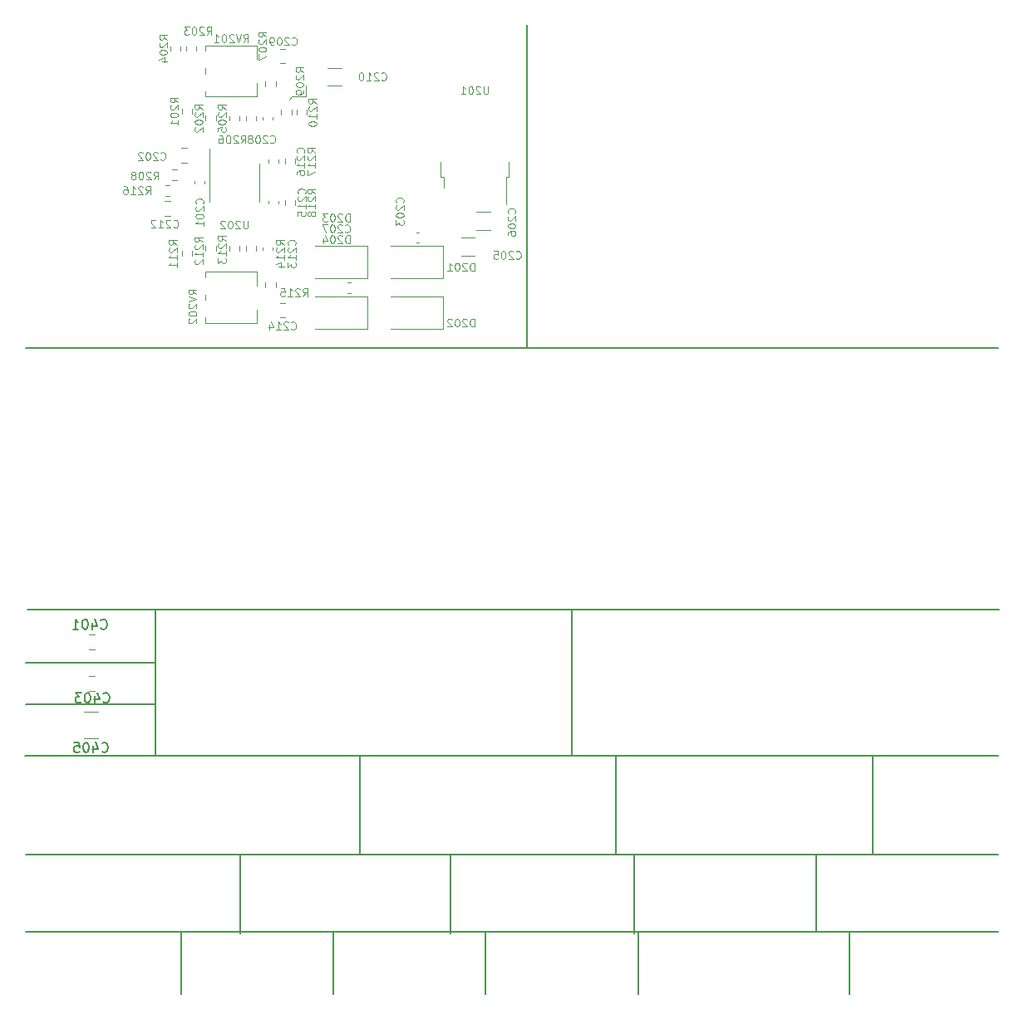
<source format=gbr>
%TF.GenerationSoftware,KiCad,Pcbnew,7.0.10-7.0.10~ubuntu22.04.1*%
%TF.CreationDate,2024-01-08T13:23:45+01:00*%
%TF.ProjectId,reparaturhelfer,72657061-7261-4747-9572-68656c666572,rev?*%
%TF.SameCoordinates,Original*%
%TF.FileFunction,Legend,Bot*%
%TF.FilePolarity,Positive*%
%FSLAX46Y46*%
G04 Gerber Fmt 4.6, Leading zero omitted, Abs format (unit mm)*
G04 Created by KiCad (PCBNEW 7.0.10-7.0.10~ubuntu22.04.1) date 2024-01-08 13:23:45*
%MOMM*%
%LPD*%
G01*
G04 APERTURE LIST*
%ADD10C,0.150000*%
%ADD11C,0.100000*%
%ADD12C,0.120000*%
G04 APERTURE END LIST*
D10*
X79900000Y-124600000D02*
X179000000Y-124600000D01*
X114000000Y-124700000D02*
X114000000Y-134700000D01*
X123200000Y-142700000D02*
X123200000Y-134800000D01*
X160500000Y-142600000D02*
X160500000Y-134700000D01*
X163900000Y-142600000D02*
X163900000Y-148900000D01*
X131000000Y-83000000D02*
X131000000Y-50100000D01*
X135600000Y-109700000D02*
X135600000Y-124600000D01*
X140100000Y-124700000D02*
X140100000Y-134700000D01*
X95800000Y-142600000D02*
X95800000Y-148900000D01*
X101800000Y-142700000D02*
X101800000Y-134700000D01*
X80100000Y-109700000D02*
X179100000Y-109700000D01*
X93200000Y-109700000D02*
X93200000Y-124600000D01*
X80000000Y-83000000D02*
X179000000Y-83000000D01*
X142400000Y-142600000D02*
X142400000Y-148900000D01*
X166200000Y-124600000D02*
X166200000Y-134700000D01*
X111300000Y-142600000D02*
X111300000Y-148900000D01*
X80000000Y-134700000D02*
X179000000Y-134700000D01*
X93200000Y-119400000D02*
X80000000Y-119400000D01*
X93200000Y-115100000D02*
X80000000Y-115100000D01*
X80000000Y-142600000D02*
X179000000Y-142600000D01*
X126800000Y-142600000D02*
X126800000Y-148900000D01*
X141900000Y-142700000D02*
X141900000Y-134700000D01*
D11*
X107100000Y-57400000D02*
X106800000Y-57700000D01*
X108500000Y-57400000D02*
X107100000Y-57400000D01*
X108500000Y-56300000D02*
X108500000Y-57400000D01*
X94364895Y-51604762D02*
X93983942Y-51338095D01*
X94364895Y-51147619D02*
X93564895Y-51147619D01*
X93564895Y-51147619D02*
X93564895Y-51452381D01*
X93564895Y-51452381D02*
X93602990Y-51528571D01*
X93602990Y-51528571D02*
X93641085Y-51566666D01*
X93641085Y-51566666D02*
X93717276Y-51604762D01*
X93717276Y-51604762D02*
X93831561Y-51604762D01*
X93831561Y-51604762D02*
X93907752Y-51566666D01*
X93907752Y-51566666D02*
X93945847Y-51528571D01*
X93945847Y-51528571D02*
X93983942Y-51452381D01*
X93983942Y-51452381D02*
X93983942Y-51147619D01*
X93641085Y-51909523D02*
X93602990Y-51947619D01*
X93602990Y-51947619D02*
X93564895Y-52023809D01*
X93564895Y-52023809D02*
X93564895Y-52214285D01*
X93564895Y-52214285D02*
X93602990Y-52290476D01*
X93602990Y-52290476D02*
X93641085Y-52328571D01*
X93641085Y-52328571D02*
X93717276Y-52366666D01*
X93717276Y-52366666D02*
X93793466Y-52366666D01*
X93793466Y-52366666D02*
X93907752Y-52328571D01*
X93907752Y-52328571D02*
X94364895Y-51871428D01*
X94364895Y-51871428D02*
X94364895Y-52366666D01*
X93564895Y-52861905D02*
X93564895Y-52938095D01*
X93564895Y-52938095D02*
X93602990Y-53014286D01*
X93602990Y-53014286D02*
X93641085Y-53052381D01*
X93641085Y-53052381D02*
X93717276Y-53090476D01*
X93717276Y-53090476D02*
X93869657Y-53128571D01*
X93869657Y-53128571D02*
X94060133Y-53128571D01*
X94060133Y-53128571D02*
X94212514Y-53090476D01*
X94212514Y-53090476D02*
X94288704Y-53052381D01*
X94288704Y-53052381D02*
X94326800Y-53014286D01*
X94326800Y-53014286D02*
X94364895Y-52938095D01*
X94364895Y-52938095D02*
X94364895Y-52861905D01*
X94364895Y-52861905D02*
X94326800Y-52785714D01*
X94326800Y-52785714D02*
X94288704Y-52747619D01*
X94288704Y-52747619D02*
X94212514Y-52709524D01*
X94212514Y-52709524D02*
X94060133Y-52671428D01*
X94060133Y-52671428D02*
X93869657Y-52671428D01*
X93869657Y-52671428D02*
X93717276Y-52709524D01*
X93717276Y-52709524D02*
X93641085Y-52747619D01*
X93641085Y-52747619D02*
X93602990Y-52785714D01*
X93602990Y-52785714D02*
X93564895Y-52861905D01*
X93831561Y-53814286D02*
X94364895Y-53814286D01*
X93526800Y-53623810D02*
X94098228Y-53433333D01*
X94098228Y-53433333D02*
X94098228Y-53928572D01*
X98395237Y-51114895D02*
X98661904Y-50733942D01*
X98852380Y-51114895D02*
X98852380Y-50314895D01*
X98852380Y-50314895D02*
X98547618Y-50314895D01*
X98547618Y-50314895D02*
X98471428Y-50352990D01*
X98471428Y-50352990D02*
X98433333Y-50391085D01*
X98433333Y-50391085D02*
X98395237Y-50467276D01*
X98395237Y-50467276D02*
X98395237Y-50581561D01*
X98395237Y-50581561D02*
X98433333Y-50657752D01*
X98433333Y-50657752D02*
X98471428Y-50695847D01*
X98471428Y-50695847D02*
X98547618Y-50733942D01*
X98547618Y-50733942D02*
X98852380Y-50733942D01*
X98090476Y-50391085D02*
X98052380Y-50352990D01*
X98052380Y-50352990D02*
X97976190Y-50314895D01*
X97976190Y-50314895D02*
X97785714Y-50314895D01*
X97785714Y-50314895D02*
X97709523Y-50352990D01*
X97709523Y-50352990D02*
X97671428Y-50391085D01*
X97671428Y-50391085D02*
X97633333Y-50467276D01*
X97633333Y-50467276D02*
X97633333Y-50543466D01*
X97633333Y-50543466D02*
X97671428Y-50657752D01*
X97671428Y-50657752D02*
X98128571Y-51114895D01*
X98128571Y-51114895D02*
X97633333Y-51114895D01*
X97138094Y-50314895D02*
X97061904Y-50314895D01*
X97061904Y-50314895D02*
X96985713Y-50352990D01*
X96985713Y-50352990D02*
X96947618Y-50391085D01*
X96947618Y-50391085D02*
X96909523Y-50467276D01*
X96909523Y-50467276D02*
X96871428Y-50619657D01*
X96871428Y-50619657D02*
X96871428Y-50810133D01*
X96871428Y-50810133D02*
X96909523Y-50962514D01*
X96909523Y-50962514D02*
X96947618Y-51038704D01*
X96947618Y-51038704D02*
X96985713Y-51076800D01*
X96985713Y-51076800D02*
X97061904Y-51114895D01*
X97061904Y-51114895D02*
X97138094Y-51114895D01*
X97138094Y-51114895D02*
X97214285Y-51076800D01*
X97214285Y-51076800D02*
X97252380Y-51038704D01*
X97252380Y-51038704D02*
X97290475Y-50962514D01*
X97290475Y-50962514D02*
X97328571Y-50810133D01*
X97328571Y-50810133D02*
X97328571Y-50619657D01*
X97328571Y-50619657D02*
X97290475Y-50467276D01*
X97290475Y-50467276D02*
X97252380Y-50391085D01*
X97252380Y-50391085D02*
X97214285Y-50352990D01*
X97214285Y-50352990D02*
X97138094Y-50314895D01*
X96604761Y-50314895D02*
X96109523Y-50314895D01*
X96109523Y-50314895D02*
X96376189Y-50619657D01*
X96376189Y-50619657D02*
X96261904Y-50619657D01*
X96261904Y-50619657D02*
X96185713Y-50657752D01*
X96185713Y-50657752D02*
X96147618Y-50695847D01*
X96147618Y-50695847D02*
X96109523Y-50772038D01*
X96109523Y-50772038D02*
X96109523Y-50962514D01*
X96109523Y-50962514D02*
X96147618Y-51038704D01*
X96147618Y-51038704D02*
X96185713Y-51076800D01*
X96185713Y-51076800D02*
X96261904Y-51114895D01*
X96261904Y-51114895D02*
X96490475Y-51114895D01*
X96490475Y-51114895D02*
X96566666Y-51076800D01*
X96566666Y-51076800D02*
X96604761Y-51038704D01*
D12*
X107387664Y-72504762D02*
X107425760Y-72466666D01*
X107425760Y-72466666D02*
X107463855Y-72352381D01*
X107463855Y-72352381D02*
X107463855Y-72276190D01*
X107463855Y-72276190D02*
X107425760Y-72161904D01*
X107425760Y-72161904D02*
X107349569Y-72085714D01*
X107349569Y-72085714D02*
X107273379Y-72047619D01*
X107273379Y-72047619D02*
X107120998Y-72009523D01*
X107120998Y-72009523D02*
X107006712Y-72009523D01*
X107006712Y-72009523D02*
X106854331Y-72047619D01*
X106854331Y-72047619D02*
X106778140Y-72085714D01*
X106778140Y-72085714D02*
X106701950Y-72161904D01*
X106701950Y-72161904D02*
X106663855Y-72276190D01*
X106663855Y-72276190D02*
X106663855Y-72352381D01*
X106663855Y-72352381D02*
X106701950Y-72466666D01*
X106701950Y-72466666D02*
X106740045Y-72504762D01*
X106740045Y-72809523D02*
X106701950Y-72847619D01*
X106701950Y-72847619D02*
X106663855Y-72923809D01*
X106663855Y-72923809D02*
X106663855Y-73114285D01*
X106663855Y-73114285D02*
X106701950Y-73190476D01*
X106701950Y-73190476D02*
X106740045Y-73228571D01*
X106740045Y-73228571D02*
X106816236Y-73266666D01*
X106816236Y-73266666D02*
X106892426Y-73266666D01*
X106892426Y-73266666D02*
X107006712Y-73228571D01*
X107006712Y-73228571D02*
X107463855Y-72771428D01*
X107463855Y-72771428D02*
X107463855Y-73266666D01*
X107463855Y-74028571D02*
X107463855Y-73571428D01*
X107463855Y-73800000D02*
X106663855Y-73800000D01*
X106663855Y-73800000D02*
X106778140Y-73723809D01*
X106778140Y-73723809D02*
X106854331Y-73647619D01*
X106854331Y-73647619D02*
X106892426Y-73571428D01*
X106663855Y-74295238D02*
X106663855Y-74790476D01*
X106663855Y-74790476D02*
X106968617Y-74523810D01*
X106968617Y-74523810D02*
X106968617Y-74638095D01*
X106968617Y-74638095D02*
X107006712Y-74714286D01*
X107006712Y-74714286D02*
X107044807Y-74752381D01*
X107044807Y-74752381D02*
X107120998Y-74790476D01*
X107120998Y-74790476D02*
X107311474Y-74790476D01*
X107311474Y-74790476D02*
X107387664Y-74752381D01*
X107387664Y-74752381D02*
X107425760Y-74714286D01*
X107425760Y-74714286D02*
X107463855Y-74638095D01*
X107463855Y-74638095D02*
X107463855Y-74409524D01*
X107463855Y-74409524D02*
X107425760Y-74333333D01*
X107425760Y-74333333D02*
X107387664Y-74295238D01*
X108287664Y-63104762D02*
X108325760Y-63066666D01*
X108325760Y-63066666D02*
X108363855Y-62952381D01*
X108363855Y-62952381D02*
X108363855Y-62876190D01*
X108363855Y-62876190D02*
X108325760Y-62761904D01*
X108325760Y-62761904D02*
X108249569Y-62685714D01*
X108249569Y-62685714D02*
X108173379Y-62647619D01*
X108173379Y-62647619D02*
X108020998Y-62609523D01*
X108020998Y-62609523D02*
X107906712Y-62609523D01*
X107906712Y-62609523D02*
X107754331Y-62647619D01*
X107754331Y-62647619D02*
X107678140Y-62685714D01*
X107678140Y-62685714D02*
X107601950Y-62761904D01*
X107601950Y-62761904D02*
X107563855Y-62876190D01*
X107563855Y-62876190D02*
X107563855Y-62952381D01*
X107563855Y-62952381D02*
X107601950Y-63066666D01*
X107601950Y-63066666D02*
X107640045Y-63104762D01*
X107640045Y-63409523D02*
X107601950Y-63447619D01*
X107601950Y-63447619D02*
X107563855Y-63523809D01*
X107563855Y-63523809D02*
X107563855Y-63714285D01*
X107563855Y-63714285D02*
X107601950Y-63790476D01*
X107601950Y-63790476D02*
X107640045Y-63828571D01*
X107640045Y-63828571D02*
X107716236Y-63866666D01*
X107716236Y-63866666D02*
X107792426Y-63866666D01*
X107792426Y-63866666D02*
X107906712Y-63828571D01*
X107906712Y-63828571D02*
X108363855Y-63371428D01*
X108363855Y-63371428D02*
X108363855Y-63866666D01*
X108363855Y-64628571D02*
X108363855Y-64171428D01*
X108363855Y-64400000D02*
X107563855Y-64400000D01*
X107563855Y-64400000D02*
X107678140Y-64323809D01*
X107678140Y-64323809D02*
X107754331Y-64247619D01*
X107754331Y-64247619D02*
X107792426Y-64171428D01*
X107563855Y-65314286D02*
X107563855Y-65161905D01*
X107563855Y-65161905D02*
X107601950Y-65085714D01*
X107601950Y-65085714D02*
X107640045Y-65047619D01*
X107640045Y-65047619D02*
X107754331Y-64971429D01*
X107754331Y-64971429D02*
X107906712Y-64933333D01*
X107906712Y-64933333D02*
X108211474Y-64933333D01*
X108211474Y-64933333D02*
X108287664Y-64971429D01*
X108287664Y-64971429D02*
X108325760Y-65009524D01*
X108325760Y-65009524D02*
X108363855Y-65085714D01*
X108363855Y-65085714D02*
X108363855Y-65238095D01*
X108363855Y-65238095D02*
X108325760Y-65314286D01*
X108325760Y-65314286D02*
X108287664Y-65352381D01*
X108287664Y-65352381D02*
X108211474Y-65390476D01*
X108211474Y-65390476D02*
X108020998Y-65390476D01*
X108020998Y-65390476D02*
X107944807Y-65352381D01*
X107944807Y-65352381D02*
X107906712Y-65314286D01*
X107906712Y-65314286D02*
X107868617Y-65238095D01*
X107868617Y-65238095D02*
X107868617Y-65085714D01*
X107868617Y-65085714D02*
X107906712Y-65009524D01*
X107906712Y-65009524D02*
X107944807Y-64971429D01*
X107944807Y-64971429D02*
X108020998Y-64933333D01*
X108195237Y-77763855D02*
X108461904Y-77382902D01*
X108652380Y-77763855D02*
X108652380Y-76963855D01*
X108652380Y-76963855D02*
X108347618Y-76963855D01*
X108347618Y-76963855D02*
X108271428Y-77001950D01*
X108271428Y-77001950D02*
X108233333Y-77040045D01*
X108233333Y-77040045D02*
X108195237Y-77116236D01*
X108195237Y-77116236D02*
X108195237Y-77230521D01*
X108195237Y-77230521D02*
X108233333Y-77306712D01*
X108233333Y-77306712D02*
X108271428Y-77344807D01*
X108271428Y-77344807D02*
X108347618Y-77382902D01*
X108347618Y-77382902D02*
X108652380Y-77382902D01*
X107890476Y-77040045D02*
X107852380Y-77001950D01*
X107852380Y-77001950D02*
X107776190Y-76963855D01*
X107776190Y-76963855D02*
X107585714Y-76963855D01*
X107585714Y-76963855D02*
X107509523Y-77001950D01*
X107509523Y-77001950D02*
X107471428Y-77040045D01*
X107471428Y-77040045D02*
X107433333Y-77116236D01*
X107433333Y-77116236D02*
X107433333Y-77192426D01*
X107433333Y-77192426D02*
X107471428Y-77306712D01*
X107471428Y-77306712D02*
X107928571Y-77763855D01*
X107928571Y-77763855D02*
X107433333Y-77763855D01*
X106671428Y-77763855D02*
X107128571Y-77763855D01*
X106899999Y-77763855D02*
X106899999Y-76963855D01*
X106899999Y-76963855D02*
X106976190Y-77078140D01*
X106976190Y-77078140D02*
X107052380Y-77154331D01*
X107052380Y-77154331D02*
X107128571Y-77192426D01*
X105947618Y-76963855D02*
X106328570Y-76963855D01*
X106328570Y-76963855D02*
X106366666Y-77344807D01*
X106366666Y-77344807D02*
X106328570Y-77306712D01*
X106328570Y-77306712D02*
X106252380Y-77268617D01*
X106252380Y-77268617D02*
X106061904Y-77268617D01*
X106061904Y-77268617D02*
X105985713Y-77306712D01*
X105985713Y-77306712D02*
X105947618Y-77344807D01*
X105947618Y-77344807D02*
X105909523Y-77420998D01*
X105909523Y-77420998D02*
X105909523Y-77611474D01*
X105909523Y-77611474D02*
X105947618Y-77687664D01*
X105947618Y-77687664D02*
X105985713Y-77725760D01*
X105985713Y-77725760D02*
X106061904Y-77763855D01*
X106061904Y-77763855D02*
X106252380Y-77763855D01*
X106252380Y-77763855D02*
X106328570Y-77725760D01*
X106328570Y-77725760D02*
X106366666Y-77687664D01*
X109463855Y-67304762D02*
X109082902Y-67038095D01*
X109463855Y-66847619D02*
X108663855Y-66847619D01*
X108663855Y-66847619D02*
X108663855Y-67152381D01*
X108663855Y-67152381D02*
X108701950Y-67228571D01*
X108701950Y-67228571D02*
X108740045Y-67266666D01*
X108740045Y-67266666D02*
X108816236Y-67304762D01*
X108816236Y-67304762D02*
X108930521Y-67304762D01*
X108930521Y-67304762D02*
X109006712Y-67266666D01*
X109006712Y-67266666D02*
X109044807Y-67228571D01*
X109044807Y-67228571D02*
X109082902Y-67152381D01*
X109082902Y-67152381D02*
X109082902Y-66847619D01*
X108740045Y-67609523D02*
X108701950Y-67647619D01*
X108701950Y-67647619D02*
X108663855Y-67723809D01*
X108663855Y-67723809D02*
X108663855Y-67914285D01*
X108663855Y-67914285D02*
X108701950Y-67990476D01*
X108701950Y-67990476D02*
X108740045Y-68028571D01*
X108740045Y-68028571D02*
X108816236Y-68066666D01*
X108816236Y-68066666D02*
X108892426Y-68066666D01*
X108892426Y-68066666D02*
X109006712Y-68028571D01*
X109006712Y-68028571D02*
X109463855Y-67571428D01*
X109463855Y-67571428D02*
X109463855Y-68066666D01*
X109463855Y-68828571D02*
X109463855Y-68371428D01*
X109463855Y-68600000D02*
X108663855Y-68600000D01*
X108663855Y-68600000D02*
X108778140Y-68523809D01*
X108778140Y-68523809D02*
X108854331Y-68447619D01*
X108854331Y-68447619D02*
X108892426Y-68371428D01*
X109006712Y-69285714D02*
X108968617Y-69209524D01*
X108968617Y-69209524D02*
X108930521Y-69171429D01*
X108930521Y-69171429D02*
X108854331Y-69133333D01*
X108854331Y-69133333D02*
X108816236Y-69133333D01*
X108816236Y-69133333D02*
X108740045Y-69171429D01*
X108740045Y-69171429D02*
X108701950Y-69209524D01*
X108701950Y-69209524D02*
X108663855Y-69285714D01*
X108663855Y-69285714D02*
X108663855Y-69438095D01*
X108663855Y-69438095D02*
X108701950Y-69514286D01*
X108701950Y-69514286D02*
X108740045Y-69552381D01*
X108740045Y-69552381D02*
X108816236Y-69590476D01*
X108816236Y-69590476D02*
X108854331Y-69590476D01*
X108854331Y-69590476D02*
X108930521Y-69552381D01*
X108930521Y-69552381D02*
X108968617Y-69514286D01*
X108968617Y-69514286D02*
X109006712Y-69438095D01*
X109006712Y-69438095D02*
X109006712Y-69285714D01*
X109006712Y-69285714D02*
X109044807Y-69209524D01*
X109044807Y-69209524D02*
X109082902Y-69171429D01*
X109082902Y-69171429D02*
X109159093Y-69133333D01*
X109159093Y-69133333D02*
X109311474Y-69133333D01*
X109311474Y-69133333D02*
X109387664Y-69171429D01*
X109387664Y-69171429D02*
X109425760Y-69209524D01*
X109425760Y-69209524D02*
X109463855Y-69285714D01*
X109463855Y-69285714D02*
X109463855Y-69438095D01*
X109463855Y-69438095D02*
X109425760Y-69514286D01*
X109425760Y-69514286D02*
X109387664Y-69552381D01*
X109387664Y-69552381D02*
X109311474Y-69590476D01*
X109311474Y-69590476D02*
X109159093Y-69590476D01*
X109159093Y-69590476D02*
X109082902Y-69552381D01*
X109082902Y-69552381D02*
X109044807Y-69514286D01*
X109044807Y-69514286D02*
X109006712Y-69438095D01*
X112495237Y-71187664D02*
X112533333Y-71225760D01*
X112533333Y-71225760D02*
X112647618Y-71263855D01*
X112647618Y-71263855D02*
X112723809Y-71263855D01*
X112723809Y-71263855D02*
X112838095Y-71225760D01*
X112838095Y-71225760D02*
X112914285Y-71149569D01*
X112914285Y-71149569D02*
X112952380Y-71073379D01*
X112952380Y-71073379D02*
X112990476Y-70920998D01*
X112990476Y-70920998D02*
X112990476Y-70806712D01*
X112990476Y-70806712D02*
X112952380Y-70654331D01*
X112952380Y-70654331D02*
X112914285Y-70578140D01*
X112914285Y-70578140D02*
X112838095Y-70501950D01*
X112838095Y-70501950D02*
X112723809Y-70463855D01*
X112723809Y-70463855D02*
X112647618Y-70463855D01*
X112647618Y-70463855D02*
X112533333Y-70501950D01*
X112533333Y-70501950D02*
X112495237Y-70540045D01*
X112190476Y-70540045D02*
X112152380Y-70501950D01*
X112152380Y-70501950D02*
X112076190Y-70463855D01*
X112076190Y-70463855D02*
X111885714Y-70463855D01*
X111885714Y-70463855D02*
X111809523Y-70501950D01*
X111809523Y-70501950D02*
X111771428Y-70540045D01*
X111771428Y-70540045D02*
X111733333Y-70616236D01*
X111733333Y-70616236D02*
X111733333Y-70692426D01*
X111733333Y-70692426D02*
X111771428Y-70806712D01*
X111771428Y-70806712D02*
X112228571Y-71263855D01*
X112228571Y-71263855D02*
X111733333Y-71263855D01*
X111238094Y-70463855D02*
X111161904Y-70463855D01*
X111161904Y-70463855D02*
X111085713Y-70501950D01*
X111085713Y-70501950D02*
X111047618Y-70540045D01*
X111047618Y-70540045D02*
X111009523Y-70616236D01*
X111009523Y-70616236D02*
X110971428Y-70768617D01*
X110971428Y-70768617D02*
X110971428Y-70959093D01*
X110971428Y-70959093D02*
X111009523Y-71111474D01*
X111009523Y-71111474D02*
X111047618Y-71187664D01*
X111047618Y-71187664D02*
X111085713Y-71225760D01*
X111085713Y-71225760D02*
X111161904Y-71263855D01*
X111161904Y-71263855D02*
X111238094Y-71263855D01*
X111238094Y-71263855D02*
X111314285Y-71225760D01*
X111314285Y-71225760D02*
X111352380Y-71187664D01*
X111352380Y-71187664D02*
X111390475Y-71111474D01*
X111390475Y-71111474D02*
X111428571Y-70959093D01*
X111428571Y-70959093D02*
X111428571Y-70768617D01*
X111428571Y-70768617D02*
X111390475Y-70616236D01*
X111390475Y-70616236D02*
X111352380Y-70540045D01*
X111352380Y-70540045D02*
X111314285Y-70501950D01*
X111314285Y-70501950D02*
X111238094Y-70463855D01*
X110704761Y-70463855D02*
X110171427Y-70463855D01*
X110171427Y-70463855D02*
X110514285Y-71263855D01*
X93695237Y-63787664D02*
X93733333Y-63825760D01*
X93733333Y-63825760D02*
X93847618Y-63863855D01*
X93847618Y-63863855D02*
X93923809Y-63863855D01*
X93923809Y-63863855D02*
X94038095Y-63825760D01*
X94038095Y-63825760D02*
X94114285Y-63749569D01*
X94114285Y-63749569D02*
X94152380Y-63673379D01*
X94152380Y-63673379D02*
X94190476Y-63520998D01*
X94190476Y-63520998D02*
X94190476Y-63406712D01*
X94190476Y-63406712D02*
X94152380Y-63254331D01*
X94152380Y-63254331D02*
X94114285Y-63178140D01*
X94114285Y-63178140D02*
X94038095Y-63101950D01*
X94038095Y-63101950D02*
X93923809Y-63063855D01*
X93923809Y-63063855D02*
X93847618Y-63063855D01*
X93847618Y-63063855D02*
X93733333Y-63101950D01*
X93733333Y-63101950D02*
X93695237Y-63140045D01*
X93390476Y-63140045D02*
X93352380Y-63101950D01*
X93352380Y-63101950D02*
X93276190Y-63063855D01*
X93276190Y-63063855D02*
X93085714Y-63063855D01*
X93085714Y-63063855D02*
X93009523Y-63101950D01*
X93009523Y-63101950D02*
X92971428Y-63140045D01*
X92971428Y-63140045D02*
X92933333Y-63216236D01*
X92933333Y-63216236D02*
X92933333Y-63292426D01*
X92933333Y-63292426D02*
X92971428Y-63406712D01*
X92971428Y-63406712D02*
X93428571Y-63863855D01*
X93428571Y-63863855D02*
X92933333Y-63863855D01*
X92438094Y-63063855D02*
X92361904Y-63063855D01*
X92361904Y-63063855D02*
X92285713Y-63101950D01*
X92285713Y-63101950D02*
X92247618Y-63140045D01*
X92247618Y-63140045D02*
X92209523Y-63216236D01*
X92209523Y-63216236D02*
X92171428Y-63368617D01*
X92171428Y-63368617D02*
X92171428Y-63559093D01*
X92171428Y-63559093D02*
X92209523Y-63711474D01*
X92209523Y-63711474D02*
X92247618Y-63787664D01*
X92247618Y-63787664D02*
X92285713Y-63825760D01*
X92285713Y-63825760D02*
X92361904Y-63863855D01*
X92361904Y-63863855D02*
X92438094Y-63863855D01*
X92438094Y-63863855D02*
X92514285Y-63825760D01*
X92514285Y-63825760D02*
X92552380Y-63787664D01*
X92552380Y-63787664D02*
X92590475Y-63711474D01*
X92590475Y-63711474D02*
X92628571Y-63559093D01*
X92628571Y-63559093D02*
X92628571Y-63368617D01*
X92628571Y-63368617D02*
X92590475Y-63216236D01*
X92590475Y-63216236D02*
X92552380Y-63140045D01*
X92552380Y-63140045D02*
X92514285Y-63101950D01*
X92514285Y-63101950D02*
X92438094Y-63063855D01*
X91866666Y-63140045D02*
X91828570Y-63101950D01*
X91828570Y-63101950D02*
X91752380Y-63063855D01*
X91752380Y-63063855D02*
X91561904Y-63063855D01*
X91561904Y-63063855D02*
X91485713Y-63101950D01*
X91485713Y-63101950D02*
X91447618Y-63140045D01*
X91447618Y-63140045D02*
X91409523Y-63216236D01*
X91409523Y-63216236D02*
X91409523Y-63292426D01*
X91409523Y-63292426D02*
X91447618Y-63406712D01*
X91447618Y-63406712D02*
X91904761Y-63863855D01*
X91904761Y-63863855D02*
X91409523Y-63863855D01*
X94995237Y-70687664D02*
X95033333Y-70725760D01*
X95033333Y-70725760D02*
X95147618Y-70763855D01*
X95147618Y-70763855D02*
X95223809Y-70763855D01*
X95223809Y-70763855D02*
X95338095Y-70725760D01*
X95338095Y-70725760D02*
X95414285Y-70649569D01*
X95414285Y-70649569D02*
X95452380Y-70573379D01*
X95452380Y-70573379D02*
X95490476Y-70420998D01*
X95490476Y-70420998D02*
X95490476Y-70306712D01*
X95490476Y-70306712D02*
X95452380Y-70154331D01*
X95452380Y-70154331D02*
X95414285Y-70078140D01*
X95414285Y-70078140D02*
X95338095Y-70001950D01*
X95338095Y-70001950D02*
X95223809Y-69963855D01*
X95223809Y-69963855D02*
X95147618Y-69963855D01*
X95147618Y-69963855D02*
X95033333Y-70001950D01*
X95033333Y-70001950D02*
X94995237Y-70040045D01*
X94690476Y-70040045D02*
X94652380Y-70001950D01*
X94652380Y-70001950D02*
X94576190Y-69963855D01*
X94576190Y-69963855D02*
X94385714Y-69963855D01*
X94385714Y-69963855D02*
X94309523Y-70001950D01*
X94309523Y-70001950D02*
X94271428Y-70040045D01*
X94271428Y-70040045D02*
X94233333Y-70116236D01*
X94233333Y-70116236D02*
X94233333Y-70192426D01*
X94233333Y-70192426D02*
X94271428Y-70306712D01*
X94271428Y-70306712D02*
X94728571Y-70763855D01*
X94728571Y-70763855D02*
X94233333Y-70763855D01*
X93471428Y-70763855D02*
X93928571Y-70763855D01*
X93699999Y-70763855D02*
X93699999Y-69963855D01*
X93699999Y-69963855D02*
X93776190Y-70078140D01*
X93776190Y-70078140D02*
X93852380Y-70154331D01*
X93852380Y-70154331D02*
X93928571Y-70192426D01*
X93166666Y-70040045D02*
X93128570Y-70001950D01*
X93128570Y-70001950D02*
X93052380Y-69963855D01*
X93052380Y-69963855D02*
X92861904Y-69963855D01*
X92861904Y-69963855D02*
X92785713Y-70001950D01*
X92785713Y-70001950D02*
X92747618Y-70040045D01*
X92747618Y-70040045D02*
X92709523Y-70116236D01*
X92709523Y-70116236D02*
X92709523Y-70192426D01*
X92709523Y-70192426D02*
X92747618Y-70306712D01*
X92747618Y-70306712D02*
X93204761Y-70763855D01*
X93204761Y-70763855D02*
X92709523Y-70763855D01*
X108263855Y-54904762D02*
X107882902Y-54638095D01*
X108263855Y-54447619D02*
X107463855Y-54447619D01*
X107463855Y-54447619D02*
X107463855Y-54752381D01*
X107463855Y-54752381D02*
X107501950Y-54828571D01*
X107501950Y-54828571D02*
X107540045Y-54866666D01*
X107540045Y-54866666D02*
X107616236Y-54904762D01*
X107616236Y-54904762D02*
X107730521Y-54904762D01*
X107730521Y-54904762D02*
X107806712Y-54866666D01*
X107806712Y-54866666D02*
X107844807Y-54828571D01*
X107844807Y-54828571D02*
X107882902Y-54752381D01*
X107882902Y-54752381D02*
X107882902Y-54447619D01*
X107540045Y-55209523D02*
X107501950Y-55247619D01*
X107501950Y-55247619D02*
X107463855Y-55323809D01*
X107463855Y-55323809D02*
X107463855Y-55514285D01*
X107463855Y-55514285D02*
X107501950Y-55590476D01*
X107501950Y-55590476D02*
X107540045Y-55628571D01*
X107540045Y-55628571D02*
X107616236Y-55666666D01*
X107616236Y-55666666D02*
X107692426Y-55666666D01*
X107692426Y-55666666D02*
X107806712Y-55628571D01*
X107806712Y-55628571D02*
X108263855Y-55171428D01*
X108263855Y-55171428D02*
X108263855Y-55666666D01*
X107463855Y-56161905D02*
X107463855Y-56238095D01*
X107463855Y-56238095D02*
X107501950Y-56314286D01*
X107501950Y-56314286D02*
X107540045Y-56352381D01*
X107540045Y-56352381D02*
X107616236Y-56390476D01*
X107616236Y-56390476D02*
X107768617Y-56428571D01*
X107768617Y-56428571D02*
X107959093Y-56428571D01*
X107959093Y-56428571D02*
X108111474Y-56390476D01*
X108111474Y-56390476D02*
X108187664Y-56352381D01*
X108187664Y-56352381D02*
X108225760Y-56314286D01*
X108225760Y-56314286D02*
X108263855Y-56238095D01*
X108263855Y-56238095D02*
X108263855Y-56161905D01*
X108263855Y-56161905D02*
X108225760Y-56085714D01*
X108225760Y-56085714D02*
X108187664Y-56047619D01*
X108187664Y-56047619D02*
X108111474Y-56009524D01*
X108111474Y-56009524D02*
X107959093Y-55971428D01*
X107959093Y-55971428D02*
X107768617Y-55971428D01*
X107768617Y-55971428D02*
X107616236Y-56009524D01*
X107616236Y-56009524D02*
X107540045Y-56047619D01*
X107540045Y-56047619D02*
X107501950Y-56085714D01*
X107501950Y-56085714D02*
X107463855Y-56161905D01*
X108263855Y-56809524D02*
X108263855Y-56961905D01*
X108263855Y-56961905D02*
X108225760Y-57038095D01*
X108225760Y-57038095D02*
X108187664Y-57076191D01*
X108187664Y-57076191D02*
X108073379Y-57152381D01*
X108073379Y-57152381D02*
X107920998Y-57190476D01*
X107920998Y-57190476D02*
X107616236Y-57190476D01*
X107616236Y-57190476D02*
X107540045Y-57152381D01*
X107540045Y-57152381D02*
X107501950Y-57114286D01*
X107501950Y-57114286D02*
X107463855Y-57038095D01*
X107463855Y-57038095D02*
X107463855Y-56885714D01*
X107463855Y-56885714D02*
X107501950Y-56809524D01*
X107501950Y-56809524D02*
X107540045Y-56771429D01*
X107540045Y-56771429D02*
X107616236Y-56733333D01*
X107616236Y-56733333D02*
X107806712Y-56733333D01*
X107806712Y-56733333D02*
X107882902Y-56771429D01*
X107882902Y-56771429D02*
X107920998Y-56809524D01*
X107920998Y-56809524D02*
X107959093Y-56885714D01*
X107959093Y-56885714D02*
X107959093Y-57038095D01*
X107959093Y-57038095D02*
X107920998Y-57114286D01*
X107920998Y-57114286D02*
X107882902Y-57152381D01*
X107882902Y-57152381D02*
X107806712Y-57190476D01*
X104463855Y-51304762D02*
X104082902Y-51038095D01*
X104463855Y-50847619D02*
X103663855Y-50847619D01*
X103663855Y-50847619D02*
X103663855Y-51152381D01*
X103663855Y-51152381D02*
X103701950Y-51228571D01*
X103701950Y-51228571D02*
X103740045Y-51266666D01*
X103740045Y-51266666D02*
X103816236Y-51304762D01*
X103816236Y-51304762D02*
X103930521Y-51304762D01*
X103930521Y-51304762D02*
X104006712Y-51266666D01*
X104006712Y-51266666D02*
X104044807Y-51228571D01*
X104044807Y-51228571D02*
X104082902Y-51152381D01*
X104082902Y-51152381D02*
X104082902Y-50847619D01*
X103740045Y-51609523D02*
X103701950Y-51647619D01*
X103701950Y-51647619D02*
X103663855Y-51723809D01*
X103663855Y-51723809D02*
X103663855Y-51914285D01*
X103663855Y-51914285D02*
X103701950Y-51990476D01*
X103701950Y-51990476D02*
X103740045Y-52028571D01*
X103740045Y-52028571D02*
X103816236Y-52066666D01*
X103816236Y-52066666D02*
X103892426Y-52066666D01*
X103892426Y-52066666D02*
X104006712Y-52028571D01*
X104006712Y-52028571D02*
X104463855Y-51571428D01*
X104463855Y-51571428D02*
X104463855Y-52066666D01*
X103663855Y-52561905D02*
X103663855Y-52638095D01*
X103663855Y-52638095D02*
X103701950Y-52714286D01*
X103701950Y-52714286D02*
X103740045Y-52752381D01*
X103740045Y-52752381D02*
X103816236Y-52790476D01*
X103816236Y-52790476D02*
X103968617Y-52828571D01*
X103968617Y-52828571D02*
X104159093Y-52828571D01*
X104159093Y-52828571D02*
X104311474Y-52790476D01*
X104311474Y-52790476D02*
X104387664Y-52752381D01*
X104387664Y-52752381D02*
X104425760Y-52714286D01*
X104425760Y-52714286D02*
X104463855Y-52638095D01*
X104463855Y-52638095D02*
X104463855Y-52561905D01*
X104463855Y-52561905D02*
X104425760Y-52485714D01*
X104425760Y-52485714D02*
X104387664Y-52447619D01*
X104387664Y-52447619D02*
X104311474Y-52409524D01*
X104311474Y-52409524D02*
X104159093Y-52371428D01*
X104159093Y-52371428D02*
X103968617Y-52371428D01*
X103968617Y-52371428D02*
X103816236Y-52409524D01*
X103816236Y-52409524D02*
X103740045Y-52447619D01*
X103740045Y-52447619D02*
X103701950Y-52485714D01*
X103701950Y-52485714D02*
X103663855Y-52561905D01*
X103663855Y-53095238D02*
X103663855Y-53628572D01*
X103663855Y-53628572D02*
X104463855Y-53285714D01*
X95333855Y-72504762D02*
X94952902Y-72238095D01*
X95333855Y-72047619D02*
X94533855Y-72047619D01*
X94533855Y-72047619D02*
X94533855Y-72352381D01*
X94533855Y-72352381D02*
X94571950Y-72428571D01*
X94571950Y-72428571D02*
X94610045Y-72466666D01*
X94610045Y-72466666D02*
X94686236Y-72504762D01*
X94686236Y-72504762D02*
X94800521Y-72504762D01*
X94800521Y-72504762D02*
X94876712Y-72466666D01*
X94876712Y-72466666D02*
X94914807Y-72428571D01*
X94914807Y-72428571D02*
X94952902Y-72352381D01*
X94952902Y-72352381D02*
X94952902Y-72047619D01*
X94610045Y-72809523D02*
X94571950Y-72847619D01*
X94571950Y-72847619D02*
X94533855Y-72923809D01*
X94533855Y-72923809D02*
X94533855Y-73114285D01*
X94533855Y-73114285D02*
X94571950Y-73190476D01*
X94571950Y-73190476D02*
X94610045Y-73228571D01*
X94610045Y-73228571D02*
X94686236Y-73266666D01*
X94686236Y-73266666D02*
X94762426Y-73266666D01*
X94762426Y-73266666D02*
X94876712Y-73228571D01*
X94876712Y-73228571D02*
X95333855Y-72771428D01*
X95333855Y-72771428D02*
X95333855Y-73266666D01*
X95333855Y-74028571D02*
X95333855Y-73571428D01*
X95333855Y-73800000D02*
X94533855Y-73800000D01*
X94533855Y-73800000D02*
X94648140Y-73723809D01*
X94648140Y-73723809D02*
X94724331Y-73647619D01*
X94724331Y-73647619D02*
X94762426Y-73571428D01*
X95333855Y-74790476D02*
X95333855Y-74333333D01*
X95333855Y-74561905D02*
X94533855Y-74561905D01*
X94533855Y-74561905D02*
X94648140Y-74485714D01*
X94648140Y-74485714D02*
X94724331Y-74409524D01*
X94724331Y-74409524D02*
X94762426Y-74333333D01*
X118387664Y-68204762D02*
X118425760Y-68166666D01*
X118425760Y-68166666D02*
X118463855Y-68052381D01*
X118463855Y-68052381D02*
X118463855Y-67976190D01*
X118463855Y-67976190D02*
X118425760Y-67861904D01*
X118425760Y-67861904D02*
X118349569Y-67785714D01*
X118349569Y-67785714D02*
X118273379Y-67747619D01*
X118273379Y-67747619D02*
X118120998Y-67709523D01*
X118120998Y-67709523D02*
X118006712Y-67709523D01*
X118006712Y-67709523D02*
X117854331Y-67747619D01*
X117854331Y-67747619D02*
X117778140Y-67785714D01*
X117778140Y-67785714D02*
X117701950Y-67861904D01*
X117701950Y-67861904D02*
X117663855Y-67976190D01*
X117663855Y-67976190D02*
X117663855Y-68052381D01*
X117663855Y-68052381D02*
X117701950Y-68166666D01*
X117701950Y-68166666D02*
X117740045Y-68204762D01*
X117740045Y-68509523D02*
X117701950Y-68547619D01*
X117701950Y-68547619D02*
X117663855Y-68623809D01*
X117663855Y-68623809D02*
X117663855Y-68814285D01*
X117663855Y-68814285D02*
X117701950Y-68890476D01*
X117701950Y-68890476D02*
X117740045Y-68928571D01*
X117740045Y-68928571D02*
X117816236Y-68966666D01*
X117816236Y-68966666D02*
X117892426Y-68966666D01*
X117892426Y-68966666D02*
X118006712Y-68928571D01*
X118006712Y-68928571D02*
X118463855Y-68471428D01*
X118463855Y-68471428D02*
X118463855Y-68966666D01*
X117663855Y-69461905D02*
X117663855Y-69538095D01*
X117663855Y-69538095D02*
X117701950Y-69614286D01*
X117701950Y-69614286D02*
X117740045Y-69652381D01*
X117740045Y-69652381D02*
X117816236Y-69690476D01*
X117816236Y-69690476D02*
X117968617Y-69728571D01*
X117968617Y-69728571D02*
X118159093Y-69728571D01*
X118159093Y-69728571D02*
X118311474Y-69690476D01*
X118311474Y-69690476D02*
X118387664Y-69652381D01*
X118387664Y-69652381D02*
X118425760Y-69614286D01*
X118425760Y-69614286D02*
X118463855Y-69538095D01*
X118463855Y-69538095D02*
X118463855Y-69461905D01*
X118463855Y-69461905D02*
X118425760Y-69385714D01*
X118425760Y-69385714D02*
X118387664Y-69347619D01*
X118387664Y-69347619D02*
X118311474Y-69309524D01*
X118311474Y-69309524D02*
X118159093Y-69271428D01*
X118159093Y-69271428D02*
X117968617Y-69271428D01*
X117968617Y-69271428D02*
X117816236Y-69309524D01*
X117816236Y-69309524D02*
X117740045Y-69347619D01*
X117740045Y-69347619D02*
X117701950Y-69385714D01*
X117701950Y-69385714D02*
X117663855Y-69461905D01*
X117663855Y-69995238D02*
X117663855Y-70490476D01*
X117663855Y-70490476D02*
X117968617Y-70223810D01*
X117968617Y-70223810D02*
X117968617Y-70338095D01*
X117968617Y-70338095D02*
X118006712Y-70414286D01*
X118006712Y-70414286D02*
X118044807Y-70452381D01*
X118044807Y-70452381D02*
X118120998Y-70490476D01*
X118120998Y-70490476D02*
X118311474Y-70490476D01*
X118311474Y-70490476D02*
X118387664Y-70452381D01*
X118387664Y-70452381D02*
X118425760Y-70414286D01*
X118425760Y-70414286D02*
X118463855Y-70338095D01*
X118463855Y-70338095D02*
X118463855Y-70109524D01*
X118463855Y-70109524D02*
X118425760Y-70033333D01*
X118425760Y-70033333D02*
X118387664Y-69995238D01*
X129895237Y-73887664D02*
X129933333Y-73925760D01*
X129933333Y-73925760D02*
X130047618Y-73963855D01*
X130047618Y-73963855D02*
X130123809Y-73963855D01*
X130123809Y-73963855D02*
X130238095Y-73925760D01*
X130238095Y-73925760D02*
X130314285Y-73849569D01*
X130314285Y-73849569D02*
X130352380Y-73773379D01*
X130352380Y-73773379D02*
X130390476Y-73620998D01*
X130390476Y-73620998D02*
X130390476Y-73506712D01*
X130390476Y-73506712D02*
X130352380Y-73354331D01*
X130352380Y-73354331D02*
X130314285Y-73278140D01*
X130314285Y-73278140D02*
X130238095Y-73201950D01*
X130238095Y-73201950D02*
X130123809Y-73163855D01*
X130123809Y-73163855D02*
X130047618Y-73163855D01*
X130047618Y-73163855D02*
X129933333Y-73201950D01*
X129933333Y-73201950D02*
X129895237Y-73240045D01*
X129590476Y-73240045D02*
X129552380Y-73201950D01*
X129552380Y-73201950D02*
X129476190Y-73163855D01*
X129476190Y-73163855D02*
X129285714Y-73163855D01*
X129285714Y-73163855D02*
X129209523Y-73201950D01*
X129209523Y-73201950D02*
X129171428Y-73240045D01*
X129171428Y-73240045D02*
X129133333Y-73316236D01*
X129133333Y-73316236D02*
X129133333Y-73392426D01*
X129133333Y-73392426D02*
X129171428Y-73506712D01*
X129171428Y-73506712D02*
X129628571Y-73963855D01*
X129628571Y-73963855D02*
X129133333Y-73963855D01*
X128638094Y-73163855D02*
X128561904Y-73163855D01*
X128561904Y-73163855D02*
X128485713Y-73201950D01*
X128485713Y-73201950D02*
X128447618Y-73240045D01*
X128447618Y-73240045D02*
X128409523Y-73316236D01*
X128409523Y-73316236D02*
X128371428Y-73468617D01*
X128371428Y-73468617D02*
X128371428Y-73659093D01*
X128371428Y-73659093D02*
X128409523Y-73811474D01*
X128409523Y-73811474D02*
X128447618Y-73887664D01*
X128447618Y-73887664D02*
X128485713Y-73925760D01*
X128485713Y-73925760D02*
X128561904Y-73963855D01*
X128561904Y-73963855D02*
X128638094Y-73963855D01*
X128638094Y-73963855D02*
X128714285Y-73925760D01*
X128714285Y-73925760D02*
X128752380Y-73887664D01*
X128752380Y-73887664D02*
X128790475Y-73811474D01*
X128790475Y-73811474D02*
X128828571Y-73659093D01*
X128828571Y-73659093D02*
X128828571Y-73468617D01*
X128828571Y-73468617D02*
X128790475Y-73316236D01*
X128790475Y-73316236D02*
X128752380Y-73240045D01*
X128752380Y-73240045D02*
X128714285Y-73201950D01*
X128714285Y-73201950D02*
X128638094Y-73163855D01*
X127647618Y-73163855D02*
X128028570Y-73163855D01*
X128028570Y-73163855D02*
X128066666Y-73544807D01*
X128066666Y-73544807D02*
X128028570Y-73506712D01*
X128028570Y-73506712D02*
X127952380Y-73468617D01*
X127952380Y-73468617D02*
X127761904Y-73468617D01*
X127761904Y-73468617D02*
X127685713Y-73506712D01*
X127685713Y-73506712D02*
X127647618Y-73544807D01*
X127647618Y-73544807D02*
X127609523Y-73620998D01*
X127609523Y-73620998D02*
X127609523Y-73811474D01*
X127609523Y-73811474D02*
X127647618Y-73887664D01*
X127647618Y-73887664D02*
X127685713Y-73925760D01*
X127685713Y-73925760D02*
X127761904Y-73963855D01*
X127761904Y-73963855D02*
X127952380Y-73963855D01*
X127952380Y-73963855D02*
X128028570Y-73925760D01*
X128028570Y-73925760D02*
X128066666Y-73887664D01*
X125652380Y-75163855D02*
X125652380Y-74363855D01*
X125652380Y-74363855D02*
X125461904Y-74363855D01*
X125461904Y-74363855D02*
X125347618Y-74401950D01*
X125347618Y-74401950D02*
X125271428Y-74478140D01*
X125271428Y-74478140D02*
X125233333Y-74554331D01*
X125233333Y-74554331D02*
X125195237Y-74706712D01*
X125195237Y-74706712D02*
X125195237Y-74820998D01*
X125195237Y-74820998D02*
X125233333Y-74973379D01*
X125233333Y-74973379D02*
X125271428Y-75049569D01*
X125271428Y-75049569D02*
X125347618Y-75125760D01*
X125347618Y-75125760D02*
X125461904Y-75163855D01*
X125461904Y-75163855D02*
X125652380Y-75163855D01*
X124890476Y-74440045D02*
X124852380Y-74401950D01*
X124852380Y-74401950D02*
X124776190Y-74363855D01*
X124776190Y-74363855D02*
X124585714Y-74363855D01*
X124585714Y-74363855D02*
X124509523Y-74401950D01*
X124509523Y-74401950D02*
X124471428Y-74440045D01*
X124471428Y-74440045D02*
X124433333Y-74516236D01*
X124433333Y-74516236D02*
X124433333Y-74592426D01*
X124433333Y-74592426D02*
X124471428Y-74706712D01*
X124471428Y-74706712D02*
X124928571Y-75163855D01*
X124928571Y-75163855D02*
X124433333Y-75163855D01*
X123938094Y-74363855D02*
X123861904Y-74363855D01*
X123861904Y-74363855D02*
X123785713Y-74401950D01*
X123785713Y-74401950D02*
X123747618Y-74440045D01*
X123747618Y-74440045D02*
X123709523Y-74516236D01*
X123709523Y-74516236D02*
X123671428Y-74668617D01*
X123671428Y-74668617D02*
X123671428Y-74859093D01*
X123671428Y-74859093D02*
X123709523Y-75011474D01*
X123709523Y-75011474D02*
X123747618Y-75087664D01*
X123747618Y-75087664D02*
X123785713Y-75125760D01*
X123785713Y-75125760D02*
X123861904Y-75163855D01*
X123861904Y-75163855D02*
X123938094Y-75163855D01*
X123938094Y-75163855D02*
X124014285Y-75125760D01*
X124014285Y-75125760D02*
X124052380Y-75087664D01*
X124052380Y-75087664D02*
X124090475Y-75011474D01*
X124090475Y-75011474D02*
X124128571Y-74859093D01*
X124128571Y-74859093D02*
X124128571Y-74668617D01*
X124128571Y-74668617D02*
X124090475Y-74516236D01*
X124090475Y-74516236D02*
X124052380Y-74440045D01*
X124052380Y-74440045D02*
X124014285Y-74401950D01*
X124014285Y-74401950D02*
X123938094Y-74363855D01*
X122909523Y-75163855D02*
X123366666Y-75163855D01*
X123138094Y-75163855D02*
X123138094Y-74363855D01*
X123138094Y-74363855D02*
X123214285Y-74478140D01*
X123214285Y-74478140D02*
X123290475Y-74554331D01*
X123290475Y-74554331D02*
X123366666Y-74592426D01*
D10*
X87619047Y-111609580D02*
X87666666Y-111657200D01*
X87666666Y-111657200D02*
X87809523Y-111704819D01*
X87809523Y-111704819D02*
X87904761Y-111704819D01*
X87904761Y-111704819D02*
X88047618Y-111657200D01*
X88047618Y-111657200D02*
X88142856Y-111561961D01*
X88142856Y-111561961D02*
X88190475Y-111466723D01*
X88190475Y-111466723D02*
X88238094Y-111276247D01*
X88238094Y-111276247D02*
X88238094Y-111133390D01*
X88238094Y-111133390D02*
X88190475Y-110942914D01*
X88190475Y-110942914D02*
X88142856Y-110847676D01*
X88142856Y-110847676D02*
X88047618Y-110752438D01*
X88047618Y-110752438D02*
X87904761Y-110704819D01*
X87904761Y-110704819D02*
X87809523Y-110704819D01*
X87809523Y-110704819D02*
X87666666Y-110752438D01*
X87666666Y-110752438D02*
X87619047Y-110800057D01*
X86761904Y-111038152D02*
X86761904Y-111704819D01*
X86999999Y-110657200D02*
X87238094Y-111371485D01*
X87238094Y-111371485D02*
X86619047Y-111371485D01*
X86047618Y-110704819D02*
X85952380Y-110704819D01*
X85952380Y-110704819D02*
X85857142Y-110752438D01*
X85857142Y-110752438D02*
X85809523Y-110800057D01*
X85809523Y-110800057D02*
X85761904Y-110895295D01*
X85761904Y-110895295D02*
X85714285Y-111085771D01*
X85714285Y-111085771D02*
X85714285Y-111323866D01*
X85714285Y-111323866D02*
X85761904Y-111514342D01*
X85761904Y-111514342D02*
X85809523Y-111609580D01*
X85809523Y-111609580D02*
X85857142Y-111657200D01*
X85857142Y-111657200D02*
X85952380Y-111704819D01*
X85952380Y-111704819D02*
X86047618Y-111704819D01*
X86047618Y-111704819D02*
X86142856Y-111657200D01*
X86142856Y-111657200D02*
X86190475Y-111609580D01*
X86190475Y-111609580D02*
X86238094Y-111514342D01*
X86238094Y-111514342D02*
X86285713Y-111323866D01*
X86285713Y-111323866D02*
X86285713Y-111085771D01*
X86285713Y-111085771D02*
X86238094Y-110895295D01*
X86238094Y-110895295D02*
X86190475Y-110800057D01*
X86190475Y-110800057D02*
X86142856Y-110752438D01*
X86142856Y-110752438D02*
X86047618Y-110704819D01*
X84761904Y-111704819D02*
X85333332Y-111704819D01*
X85047618Y-111704819D02*
X85047618Y-110704819D01*
X85047618Y-110704819D02*
X85142856Y-110847676D01*
X85142856Y-110847676D02*
X85238094Y-110942914D01*
X85238094Y-110942914D02*
X85333332Y-110990533D01*
D12*
X100363855Y-58704762D02*
X99982902Y-58438095D01*
X100363855Y-58247619D02*
X99563855Y-58247619D01*
X99563855Y-58247619D02*
X99563855Y-58552381D01*
X99563855Y-58552381D02*
X99601950Y-58628571D01*
X99601950Y-58628571D02*
X99640045Y-58666666D01*
X99640045Y-58666666D02*
X99716236Y-58704762D01*
X99716236Y-58704762D02*
X99830521Y-58704762D01*
X99830521Y-58704762D02*
X99906712Y-58666666D01*
X99906712Y-58666666D02*
X99944807Y-58628571D01*
X99944807Y-58628571D02*
X99982902Y-58552381D01*
X99982902Y-58552381D02*
X99982902Y-58247619D01*
X99640045Y-59009523D02*
X99601950Y-59047619D01*
X99601950Y-59047619D02*
X99563855Y-59123809D01*
X99563855Y-59123809D02*
X99563855Y-59314285D01*
X99563855Y-59314285D02*
X99601950Y-59390476D01*
X99601950Y-59390476D02*
X99640045Y-59428571D01*
X99640045Y-59428571D02*
X99716236Y-59466666D01*
X99716236Y-59466666D02*
X99792426Y-59466666D01*
X99792426Y-59466666D02*
X99906712Y-59428571D01*
X99906712Y-59428571D02*
X100363855Y-58971428D01*
X100363855Y-58971428D02*
X100363855Y-59466666D01*
X99563855Y-59961905D02*
X99563855Y-60038095D01*
X99563855Y-60038095D02*
X99601950Y-60114286D01*
X99601950Y-60114286D02*
X99640045Y-60152381D01*
X99640045Y-60152381D02*
X99716236Y-60190476D01*
X99716236Y-60190476D02*
X99868617Y-60228571D01*
X99868617Y-60228571D02*
X100059093Y-60228571D01*
X100059093Y-60228571D02*
X100211474Y-60190476D01*
X100211474Y-60190476D02*
X100287664Y-60152381D01*
X100287664Y-60152381D02*
X100325760Y-60114286D01*
X100325760Y-60114286D02*
X100363855Y-60038095D01*
X100363855Y-60038095D02*
X100363855Y-59961905D01*
X100363855Y-59961905D02*
X100325760Y-59885714D01*
X100325760Y-59885714D02*
X100287664Y-59847619D01*
X100287664Y-59847619D02*
X100211474Y-59809524D01*
X100211474Y-59809524D02*
X100059093Y-59771428D01*
X100059093Y-59771428D02*
X99868617Y-59771428D01*
X99868617Y-59771428D02*
X99716236Y-59809524D01*
X99716236Y-59809524D02*
X99640045Y-59847619D01*
X99640045Y-59847619D02*
X99601950Y-59885714D01*
X99601950Y-59885714D02*
X99563855Y-59961905D01*
X99563855Y-60952381D02*
X99563855Y-60571429D01*
X99563855Y-60571429D02*
X99944807Y-60533333D01*
X99944807Y-60533333D02*
X99906712Y-60571429D01*
X99906712Y-60571429D02*
X99868617Y-60647619D01*
X99868617Y-60647619D02*
X99868617Y-60838095D01*
X99868617Y-60838095D02*
X99906712Y-60914286D01*
X99906712Y-60914286D02*
X99944807Y-60952381D01*
X99944807Y-60952381D02*
X100020998Y-60990476D01*
X100020998Y-60990476D02*
X100211474Y-60990476D01*
X100211474Y-60990476D02*
X100287664Y-60952381D01*
X100287664Y-60952381D02*
X100325760Y-60914286D01*
X100325760Y-60914286D02*
X100363855Y-60838095D01*
X100363855Y-60838095D02*
X100363855Y-60647619D01*
X100363855Y-60647619D02*
X100325760Y-60571429D01*
X100325760Y-60571429D02*
X100287664Y-60533333D01*
X107095237Y-52087664D02*
X107133333Y-52125760D01*
X107133333Y-52125760D02*
X107247618Y-52163855D01*
X107247618Y-52163855D02*
X107323809Y-52163855D01*
X107323809Y-52163855D02*
X107438095Y-52125760D01*
X107438095Y-52125760D02*
X107514285Y-52049569D01*
X107514285Y-52049569D02*
X107552380Y-51973379D01*
X107552380Y-51973379D02*
X107590476Y-51820998D01*
X107590476Y-51820998D02*
X107590476Y-51706712D01*
X107590476Y-51706712D02*
X107552380Y-51554331D01*
X107552380Y-51554331D02*
X107514285Y-51478140D01*
X107514285Y-51478140D02*
X107438095Y-51401950D01*
X107438095Y-51401950D02*
X107323809Y-51363855D01*
X107323809Y-51363855D02*
X107247618Y-51363855D01*
X107247618Y-51363855D02*
X107133333Y-51401950D01*
X107133333Y-51401950D02*
X107095237Y-51440045D01*
X106790476Y-51440045D02*
X106752380Y-51401950D01*
X106752380Y-51401950D02*
X106676190Y-51363855D01*
X106676190Y-51363855D02*
X106485714Y-51363855D01*
X106485714Y-51363855D02*
X106409523Y-51401950D01*
X106409523Y-51401950D02*
X106371428Y-51440045D01*
X106371428Y-51440045D02*
X106333333Y-51516236D01*
X106333333Y-51516236D02*
X106333333Y-51592426D01*
X106333333Y-51592426D02*
X106371428Y-51706712D01*
X106371428Y-51706712D02*
X106828571Y-52163855D01*
X106828571Y-52163855D02*
X106333333Y-52163855D01*
X105838094Y-51363855D02*
X105761904Y-51363855D01*
X105761904Y-51363855D02*
X105685713Y-51401950D01*
X105685713Y-51401950D02*
X105647618Y-51440045D01*
X105647618Y-51440045D02*
X105609523Y-51516236D01*
X105609523Y-51516236D02*
X105571428Y-51668617D01*
X105571428Y-51668617D02*
X105571428Y-51859093D01*
X105571428Y-51859093D02*
X105609523Y-52011474D01*
X105609523Y-52011474D02*
X105647618Y-52087664D01*
X105647618Y-52087664D02*
X105685713Y-52125760D01*
X105685713Y-52125760D02*
X105761904Y-52163855D01*
X105761904Y-52163855D02*
X105838094Y-52163855D01*
X105838094Y-52163855D02*
X105914285Y-52125760D01*
X105914285Y-52125760D02*
X105952380Y-52087664D01*
X105952380Y-52087664D02*
X105990475Y-52011474D01*
X105990475Y-52011474D02*
X106028571Y-51859093D01*
X106028571Y-51859093D02*
X106028571Y-51668617D01*
X106028571Y-51668617D02*
X105990475Y-51516236D01*
X105990475Y-51516236D02*
X105952380Y-51440045D01*
X105952380Y-51440045D02*
X105914285Y-51401950D01*
X105914285Y-51401950D02*
X105838094Y-51363855D01*
X105190475Y-52163855D02*
X105038094Y-52163855D01*
X105038094Y-52163855D02*
X104961904Y-52125760D01*
X104961904Y-52125760D02*
X104923808Y-52087664D01*
X104923808Y-52087664D02*
X104847618Y-51973379D01*
X104847618Y-51973379D02*
X104809523Y-51820998D01*
X104809523Y-51820998D02*
X104809523Y-51516236D01*
X104809523Y-51516236D02*
X104847618Y-51440045D01*
X104847618Y-51440045D02*
X104885713Y-51401950D01*
X104885713Y-51401950D02*
X104961904Y-51363855D01*
X104961904Y-51363855D02*
X105114285Y-51363855D01*
X105114285Y-51363855D02*
X105190475Y-51401950D01*
X105190475Y-51401950D02*
X105228570Y-51440045D01*
X105228570Y-51440045D02*
X105266666Y-51516236D01*
X105266666Y-51516236D02*
X105266666Y-51706712D01*
X105266666Y-51706712D02*
X105228570Y-51782902D01*
X105228570Y-51782902D02*
X105190475Y-51820998D01*
X105190475Y-51820998D02*
X105114285Y-51859093D01*
X105114285Y-51859093D02*
X104961904Y-51859093D01*
X104961904Y-51859093D02*
X104885713Y-51820998D01*
X104885713Y-51820998D02*
X104847618Y-51782902D01*
X104847618Y-51782902D02*
X104809523Y-51706712D01*
X95463855Y-58004762D02*
X95082902Y-57738095D01*
X95463855Y-57547619D02*
X94663855Y-57547619D01*
X94663855Y-57547619D02*
X94663855Y-57852381D01*
X94663855Y-57852381D02*
X94701950Y-57928571D01*
X94701950Y-57928571D02*
X94740045Y-57966666D01*
X94740045Y-57966666D02*
X94816236Y-58004762D01*
X94816236Y-58004762D02*
X94930521Y-58004762D01*
X94930521Y-58004762D02*
X95006712Y-57966666D01*
X95006712Y-57966666D02*
X95044807Y-57928571D01*
X95044807Y-57928571D02*
X95082902Y-57852381D01*
X95082902Y-57852381D02*
X95082902Y-57547619D01*
X94740045Y-58309523D02*
X94701950Y-58347619D01*
X94701950Y-58347619D02*
X94663855Y-58423809D01*
X94663855Y-58423809D02*
X94663855Y-58614285D01*
X94663855Y-58614285D02*
X94701950Y-58690476D01*
X94701950Y-58690476D02*
X94740045Y-58728571D01*
X94740045Y-58728571D02*
X94816236Y-58766666D01*
X94816236Y-58766666D02*
X94892426Y-58766666D01*
X94892426Y-58766666D02*
X95006712Y-58728571D01*
X95006712Y-58728571D02*
X95463855Y-58271428D01*
X95463855Y-58271428D02*
X95463855Y-58766666D01*
X94663855Y-59261905D02*
X94663855Y-59338095D01*
X94663855Y-59338095D02*
X94701950Y-59414286D01*
X94701950Y-59414286D02*
X94740045Y-59452381D01*
X94740045Y-59452381D02*
X94816236Y-59490476D01*
X94816236Y-59490476D02*
X94968617Y-59528571D01*
X94968617Y-59528571D02*
X95159093Y-59528571D01*
X95159093Y-59528571D02*
X95311474Y-59490476D01*
X95311474Y-59490476D02*
X95387664Y-59452381D01*
X95387664Y-59452381D02*
X95425760Y-59414286D01*
X95425760Y-59414286D02*
X95463855Y-59338095D01*
X95463855Y-59338095D02*
X95463855Y-59261905D01*
X95463855Y-59261905D02*
X95425760Y-59185714D01*
X95425760Y-59185714D02*
X95387664Y-59147619D01*
X95387664Y-59147619D02*
X95311474Y-59109524D01*
X95311474Y-59109524D02*
X95159093Y-59071428D01*
X95159093Y-59071428D02*
X94968617Y-59071428D01*
X94968617Y-59071428D02*
X94816236Y-59109524D01*
X94816236Y-59109524D02*
X94740045Y-59147619D01*
X94740045Y-59147619D02*
X94701950Y-59185714D01*
X94701950Y-59185714D02*
X94663855Y-59261905D01*
X95463855Y-60290476D02*
X95463855Y-59833333D01*
X95463855Y-60061905D02*
X94663855Y-60061905D01*
X94663855Y-60061905D02*
X94778140Y-59985714D01*
X94778140Y-59985714D02*
X94854331Y-59909524D01*
X94854331Y-59909524D02*
X94892426Y-59833333D01*
X97963855Y-72204762D02*
X97582902Y-71938095D01*
X97963855Y-71747619D02*
X97163855Y-71747619D01*
X97163855Y-71747619D02*
X97163855Y-72052381D01*
X97163855Y-72052381D02*
X97201950Y-72128571D01*
X97201950Y-72128571D02*
X97240045Y-72166666D01*
X97240045Y-72166666D02*
X97316236Y-72204762D01*
X97316236Y-72204762D02*
X97430521Y-72204762D01*
X97430521Y-72204762D02*
X97506712Y-72166666D01*
X97506712Y-72166666D02*
X97544807Y-72128571D01*
X97544807Y-72128571D02*
X97582902Y-72052381D01*
X97582902Y-72052381D02*
X97582902Y-71747619D01*
X97240045Y-72509523D02*
X97201950Y-72547619D01*
X97201950Y-72547619D02*
X97163855Y-72623809D01*
X97163855Y-72623809D02*
X97163855Y-72814285D01*
X97163855Y-72814285D02*
X97201950Y-72890476D01*
X97201950Y-72890476D02*
X97240045Y-72928571D01*
X97240045Y-72928571D02*
X97316236Y-72966666D01*
X97316236Y-72966666D02*
X97392426Y-72966666D01*
X97392426Y-72966666D02*
X97506712Y-72928571D01*
X97506712Y-72928571D02*
X97963855Y-72471428D01*
X97963855Y-72471428D02*
X97963855Y-72966666D01*
X97963855Y-73728571D02*
X97963855Y-73271428D01*
X97963855Y-73500000D02*
X97163855Y-73500000D01*
X97163855Y-73500000D02*
X97278140Y-73423809D01*
X97278140Y-73423809D02*
X97354331Y-73347619D01*
X97354331Y-73347619D02*
X97392426Y-73271428D01*
X97240045Y-74033333D02*
X97201950Y-74071429D01*
X97201950Y-74071429D02*
X97163855Y-74147619D01*
X97163855Y-74147619D02*
X97163855Y-74338095D01*
X97163855Y-74338095D02*
X97201950Y-74414286D01*
X97201950Y-74414286D02*
X97240045Y-74452381D01*
X97240045Y-74452381D02*
X97316236Y-74490476D01*
X97316236Y-74490476D02*
X97392426Y-74490476D01*
X97392426Y-74490476D02*
X97506712Y-74452381D01*
X97506712Y-74452381D02*
X97963855Y-73995238D01*
X97963855Y-73995238D02*
X97963855Y-74490476D01*
X101895237Y-62163855D02*
X102161904Y-61782902D01*
X102352380Y-62163855D02*
X102352380Y-61363855D01*
X102352380Y-61363855D02*
X102047618Y-61363855D01*
X102047618Y-61363855D02*
X101971428Y-61401950D01*
X101971428Y-61401950D02*
X101933333Y-61440045D01*
X101933333Y-61440045D02*
X101895237Y-61516236D01*
X101895237Y-61516236D02*
X101895237Y-61630521D01*
X101895237Y-61630521D02*
X101933333Y-61706712D01*
X101933333Y-61706712D02*
X101971428Y-61744807D01*
X101971428Y-61744807D02*
X102047618Y-61782902D01*
X102047618Y-61782902D02*
X102352380Y-61782902D01*
X101590476Y-61440045D02*
X101552380Y-61401950D01*
X101552380Y-61401950D02*
X101476190Y-61363855D01*
X101476190Y-61363855D02*
X101285714Y-61363855D01*
X101285714Y-61363855D02*
X101209523Y-61401950D01*
X101209523Y-61401950D02*
X101171428Y-61440045D01*
X101171428Y-61440045D02*
X101133333Y-61516236D01*
X101133333Y-61516236D02*
X101133333Y-61592426D01*
X101133333Y-61592426D02*
X101171428Y-61706712D01*
X101171428Y-61706712D02*
X101628571Y-62163855D01*
X101628571Y-62163855D02*
X101133333Y-62163855D01*
X100638094Y-61363855D02*
X100561904Y-61363855D01*
X100561904Y-61363855D02*
X100485713Y-61401950D01*
X100485713Y-61401950D02*
X100447618Y-61440045D01*
X100447618Y-61440045D02*
X100409523Y-61516236D01*
X100409523Y-61516236D02*
X100371428Y-61668617D01*
X100371428Y-61668617D02*
X100371428Y-61859093D01*
X100371428Y-61859093D02*
X100409523Y-62011474D01*
X100409523Y-62011474D02*
X100447618Y-62087664D01*
X100447618Y-62087664D02*
X100485713Y-62125760D01*
X100485713Y-62125760D02*
X100561904Y-62163855D01*
X100561904Y-62163855D02*
X100638094Y-62163855D01*
X100638094Y-62163855D02*
X100714285Y-62125760D01*
X100714285Y-62125760D02*
X100752380Y-62087664D01*
X100752380Y-62087664D02*
X100790475Y-62011474D01*
X100790475Y-62011474D02*
X100828571Y-61859093D01*
X100828571Y-61859093D02*
X100828571Y-61668617D01*
X100828571Y-61668617D02*
X100790475Y-61516236D01*
X100790475Y-61516236D02*
X100752380Y-61440045D01*
X100752380Y-61440045D02*
X100714285Y-61401950D01*
X100714285Y-61401950D02*
X100638094Y-61363855D01*
X99685713Y-61363855D02*
X99838094Y-61363855D01*
X99838094Y-61363855D02*
X99914285Y-61401950D01*
X99914285Y-61401950D02*
X99952380Y-61440045D01*
X99952380Y-61440045D02*
X100028570Y-61554331D01*
X100028570Y-61554331D02*
X100066666Y-61706712D01*
X100066666Y-61706712D02*
X100066666Y-62011474D01*
X100066666Y-62011474D02*
X100028570Y-62087664D01*
X100028570Y-62087664D02*
X99990475Y-62125760D01*
X99990475Y-62125760D02*
X99914285Y-62163855D01*
X99914285Y-62163855D02*
X99761904Y-62163855D01*
X99761904Y-62163855D02*
X99685713Y-62125760D01*
X99685713Y-62125760D02*
X99647618Y-62087664D01*
X99647618Y-62087664D02*
X99609523Y-62011474D01*
X99609523Y-62011474D02*
X99609523Y-61820998D01*
X99609523Y-61820998D02*
X99647618Y-61744807D01*
X99647618Y-61744807D02*
X99685713Y-61706712D01*
X99685713Y-61706712D02*
X99761904Y-61668617D01*
X99761904Y-61668617D02*
X99914285Y-61668617D01*
X99914285Y-61668617D02*
X99990475Y-61706712D01*
X99990475Y-61706712D02*
X100028570Y-61744807D01*
X100028570Y-61744807D02*
X100066666Y-61820998D01*
D10*
X87869047Y-119109580D02*
X87916666Y-119157200D01*
X87916666Y-119157200D02*
X88059523Y-119204819D01*
X88059523Y-119204819D02*
X88154761Y-119204819D01*
X88154761Y-119204819D02*
X88297618Y-119157200D01*
X88297618Y-119157200D02*
X88392856Y-119061961D01*
X88392856Y-119061961D02*
X88440475Y-118966723D01*
X88440475Y-118966723D02*
X88488094Y-118776247D01*
X88488094Y-118776247D02*
X88488094Y-118633390D01*
X88488094Y-118633390D02*
X88440475Y-118442914D01*
X88440475Y-118442914D02*
X88392856Y-118347676D01*
X88392856Y-118347676D02*
X88297618Y-118252438D01*
X88297618Y-118252438D02*
X88154761Y-118204819D01*
X88154761Y-118204819D02*
X88059523Y-118204819D01*
X88059523Y-118204819D02*
X87916666Y-118252438D01*
X87916666Y-118252438D02*
X87869047Y-118300057D01*
X87011904Y-118538152D02*
X87011904Y-119204819D01*
X87249999Y-118157200D02*
X87488094Y-118871485D01*
X87488094Y-118871485D02*
X86869047Y-118871485D01*
X86297618Y-118204819D02*
X86202380Y-118204819D01*
X86202380Y-118204819D02*
X86107142Y-118252438D01*
X86107142Y-118252438D02*
X86059523Y-118300057D01*
X86059523Y-118300057D02*
X86011904Y-118395295D01*
X86011904Y-118395295D02*
X85964285Y-118585771D01*
X85964285Y-118585771D02*
X85964285Y-118823866D01*
X85964285Y-118823866D02*
X86011904Y-119014342D01*
X86011904Y-119014342D02*
X86059523Y-119109580D01*
X86059523Y-119109580D02*
X86107142Y-119157200D01*
X86107142Y-119157200D02*
X86202380Y-119204819D01*
X86202380Y-119204819D02*
X86297618Y-119204819D01*
X86297618Y-119204819D02*
X86392856Y-119157200D01*
X86392856Y-119157200D02*
X86440475Y-119109580D01*
X86440475Y-119109580D02*
X86488094Y-119014342D01*
X86488094Y-119014342D02*
X86535713Y-118823866D01*
X86535713Y-118823866D02*
X86535713Y-118585771D01*
X86535713Y-118585771D02*
X86488094Y-118395295D01*
X86488094Y-118395295D02*
X86440475Y-118300057D01*
X86440475Y-118300057D02*
X86392856Y-118252438D01*
X86392856Y-118252438D02*
X86297618Y-118204819D01*
X85630951Y-118204819D02*
X85011904Y-118204819D01*
X85011904Y-118204819D02*
X85345237Y-118585771D01*
X85345237Y-118585771D02*
X85202380Y-118585771D01*
X85202380Y-118585771D02*
X85107142Y-118633390D01*
X85107142Y-118633390D02*
X85059523Y-118681009D01*
X85059523Y-118681009D02*
X85011904Y-118776247D01*
X85011904Y-118776247D02*
X85011904Y-119014342D01*
X85011904Y-119014342D02*
X85059523Y-119109580D01*
X85059523Y-119109580D02*
X85107142Y-119157200D01*
X85107142Y-119157200D02*
X85202380Y-119204819D01*
X85202380Y-119204819D02*
X85488094Y-119204819D01*
X85488094Y-119204819D02*
X85583332Y-119157200D01*
X85583332Y-119157200D02*
X85630951Y-119109580D01*
D12*
X104895237Y-62087664D02*
X104933333Y-62125760D01*
X104933333Y-62125760D02*
X105047618Y-62163855D01*
X105047618Y-62163855D02*
X105123809Y-62163855D01*
X105123809Y-62163855D02*
X105238095Y-62125760D01*
X105238095Y-62125760D02*
X105314285Y-62049569D01*
X105314285Y-62049569D02*
X105352380Y-61973379D01*
X105352380Y-61973379D02*
X105390476Y-61820998D01*
X105390476Y-61820998D02*
X105390476Y-61706712D01*
X105390476Y-61706712D02*
X105352380Y-61554331D01*
X105352380Y-61554331D02*
X105314285Y-61478140D01*
X105314285Y-61478140D02*
X105238095Y-61401950D01*
X105238095Y-61401950D02*
X105123809Y-61363855D01*
X105123809Y-61363855D02*
X105047618Y-61363855D01*
X105047618Y-61363855D02*
X104933333Y-61401950D01*
X104933333Y-61401950D02*
X104895237Y-61440045D01*
X104590476Y-61440045D02*
X104552380Y-61401950D01*
X104552380Y-61401950D02*
X104476190Y-61363855D01*
X104476190Y-61363855D02*
X104285714Y-61363855D01*
X104285714Y-61363855D02*
X104209523Y-61401950D01*
X104209523Y-61401950D02*
X104171428Y-61440045D01*
X104171428Y-61440045D02*
X104133333Y-61516236D01*
X104133333Y-61516236D02*
X104133333Y-61592426D01*
X104133333Y-61592426D02*
X104171428Y-61706712D01*
X104171428Y-61706712D02*
X104628571Y-62163855D01*
X104628571Y-62163855D02*
X104133333Y-62163855D01*
X103638094Y-61363855D02*
X103561904Y-61363855D01*
X103561904Y-61363855D02*
X103485713Y-61401950D01*
X103485713Y-61401950D02*
X103447618Y-61440045D01*
X103447618Y-61440045D02*
X103409523Y-61516236D01*
X103409523Y-61516236D02*
X103371428Y-61668617D01*
X103371428Y-61668617D02*
X103371428Y-61859093D01*
X103371428Y-61859093D02*
X103409523Y-62011474D01*
X103409523Y-62011474D02*
X103447618Y-62087664D01*
X103447618Y-62087664D02*
X103485713Y-62125760D01*
X103485713Y-62125760D02*
X103561904Y-62163855D01*
X103561904Y-62163855D02*
X103638094Y-62163855D01*
X103638094Y-62163855D02*
X103714285Y-62125760D01*
X103714285Y-62125760D02*
X103752380Y-62087664D01*
X103752380Y-62087664D02*
X103790475Y-62011474D01*
X103790475Y-62011474D02*
X103828571Y-61859093D01*
X103828571Y-61859093D02*
X103828571Y-61668617D01*
X103828571Y-61668617D02*
X103790475Y-61516236D01*
X103790475Y-61516236D02*
X103752380Y-61440045D01*
X103752380Y-61440045D02*
X103714285Y-61401950D01*
X103714285Y-61401950D02*
X103638094Y-61363855D01*
X102914285Y-61706712D02*
X102990475Y-61668617D01*
X102990475Y-61668617D02*
X103028570Y-61630521D01*
X103028570Y-61630521D02*
X103066666Y-61554331D01*
X103066666Y-61554331D02*
X103066666Y-61516236D01*
X103066666Y-61516236D02*
X103028570Y-61440045D01*
X103028570Y-61440045D02*
X102990475Y-61401950D01*
X102990475Y-61401950D02*
X102914285Y-61363855D01*
X102914285Y-61363855D02*
X102761904Y-61363855D01*
X102761904Y-61363855D02*
X102685713Y-61401950D01*
X102685713Y-61401950D02*
X102647618Y-61440045D01*
X102647618Y-61440045D02*
X102609523Y-61516236D01*
X102609523Y-61516236D02*
X102609523Y-61554331D01*
X102609523Y-61554331D02*
X102647618Y-61630521D01*
X102647618Y-61630521D02*
X102685713Y-61668617D01*
X102685713Y-61668617D02*
X102761904Y-61706712D01*
X102761904Y-61706712D02*
X102914285Y-61706712D01*
X102914285Y-61706712D02*
X102990475Y-61744807D01*
X102990475Y-61744807D02*
X103028570Y-61782902D01*
X103028570Y-61782902D02*
X103066666Y-61859093D01*
X103066666Y-61859093D02*
X103066666Y-62011474D01*
X103066666Y-62011474D02*
X103028570Y-62087664D01*
X103028570Y-62087664D02*
X102990475Y-62125760D01*
X102990475Y-62125760D02*
X102914285Y-62163855D01*
X102914285Y-62163855D02*
X102761904Y-62163855D01*
X102761904Y-62163855D02*
X102685713Y-62125760D01*
X102685713Y-62125760D02*
X102647618Y-62087664D01*
X102647618Y-62087664D02*
X102609523Y-62011474D01*
X102609523Y-62011474D02*
X102609523Y-61859093D01*
X102609523Y-61859093D02*
X102647618Y-61782902D01*
X102647618Y-61782902D02*
X102685713Y-61744807D01*
X102685713Y-61744807D02*
X102761904Y-61706712D01*
X97963855Y-58704762D02*
X97582902Y-58438095D01*
X97963855Y-58247619D02*
X97163855Y-58247619D01*
X97163855Y-58247619D02*
X97163855Y-58552381D01*
X97163855Y-58552381D02*
X97201950Y-58628571D01*
X97201950Y-58628571D02*
X97240045Y-58666666D01*
X97240045Y-58666666D02*
X97316236Y-58704762D01*
X97316236Y-58704762D02*
X97430521Y-58704762D01*
X97430521Y-58704762D02*
X97506712Y-58666666D01*
X97506712Y-58666666D02*
X97544807Y-58628571D01*
X97544807Y-58628571D02*
X97582902Y-58552381D01*
X97582902Y-58552381D02*
X97582902Y-58247619D01*
X97240045Y-59009523D02*
X97201950Y-59047619D01*
X97201950Y-59047619D02*
X97163855Y-59123809D01*
X97163855Y-59123809D02*
X97163855Y-59314285D01*
X97163855Y-59314285D02*
X97201950Y-59390476D01*
X97201950Y-59390476D02*
X97240045Y-59428571D01*
X97240045Y-59428571D02*
X97316236Y-59466666D01*
X97316236Y-59466666D02*
X97392426Y-59466666D01*
X97392426Y-59466666D02*
X97506712Y-59428571D01*
X97506712Y-59428571D02*
X97963855Y-58971428D01*
X97963855Y-58971428D02*
X97963855Y-59466666D01*
X97163855Y-59961905D02*
X97163855Y-60038095D01*
X97163855Y-60038095D02*
X97201950Y-60114286D01*
X97201950Y-60114286D02*
X97240045Y-60152381D01*
X97240045Y-60152381D02*
X97316236Y-60190476D01*
X97316236Y-60190476D02*
X97468617Y-60228571D01*
X97468617Y-60228571D02*
X97659093Y-60228571D01*
X97659093Y-60228571D02*
X97811474Y-60190476D01*
X97811474Y-60190476D02*
X97887664Y-60152381D01*
X97887664Y-60152381D02*
X97925760Y-60114286D01*
X97925760Y-60114286D02*
X97963855Y-60038095D01*
X97963855Y-60038095D02*
X97963855Y-59961905D01*
X97963855Y-59961905D02*
X97925760Y-59885714D01*
X97925760Y-59885714D02*
X97887664Y-59847619D01*
X97887664Y-59847619D02*
X97811474Y-59809524D01*
X97811474Y-59809524D02*
X97659093Y-59771428D01*
X97659093Y-59771428D02*
X97468617Y-59771428D01*
X97468617Y-59771428D02*
X97316236Y-59809524D01*
X97316236Y-59809524D02*
X97240045Y-59847619D01*
X97240045Y-59847619D02*
X97201950Y-59885714D01*
X97201950Y-59885714D02*
X97163855Y-59961905D01*
X97240045Y-60533333D02*
X97201950Y-60571429D01*
X97201950Y-60571429D02*
X97163855Y-60647619D01*
X97163855Y-60647619D02*
X97163855Y-60838095D01*
X97163855Y-60838095D02*
X97201950Y-60914286D01*
X97201950Y-60914286D02*
X97240045Y-60952381D01*
X97240045Y-60952381D02*
X97316236Y-60990476D01*
X97316236Y-60990476D02*
X97392426Y-60990476D01*
X97392426Y-60990476D02*
X97506712Y-60952381D01*
X97506712Y-60952381D02*
X97963855Y-60495238D01*
X97963855Y-60495238D02*
X97963855Y-60990476D01*
X92195237Y-67363855D02*
X92461904Y-66982902D01*
X92652380Y-67363855D02*
X92652380Y-66563855D01*
X92652380Y-66563855D02*
X92347618Y-66563855D01*
X92347618Y-66563855D02*
X92271428Y-66601950D01*
X92271428Y-66601950D02*
X92233333Y-66640045D01*
X92233333Y-66640045D02*
X92195237Y-66716236D01*
X92195237Y-66716236D02*
X92195237Y-66830521D01*
X92195237Y-66830521D02*
X92233333Y-66906712D01*
X92233333Y-66906712D02*
X92271428Y-66944807D01*
X92271428Y-66944807D02*
X92347618Y-66982902D01*
X92347618Y-66982902D02*
X92652380Y-66982902D01*
X91890476Y-66640045D02*
X91852380Y-66601950D01*
X91852380Y-66601950D02*
X91776190Y-66563855D01*
X91776190Y-66563855D02*
X91585714Y-66563855D01*
X91585714Y-66563855D02*
X91509523Y-66601950D01*
X91509523Y-66601950D02*
X91471428Y-66640045D01*
X91471428Y-66640045D02*
X91433333Y-66716236D01*
X91433333Y-66716236D02*
X91433333Y-66792426D01*
X91433333Y-66792426D02*
X91471428Y-66906712D01*
X91471428Y-66906712D02*
X91928571Y-67363855D01*
X91928571Y-67363855D02*
X91433333Y-67363855D01*
X90671428Y-67363855D02*
X91128571Y-67363855D01*
X90899999Y-67363855D02*
X90899999Y-66563855D01*
X90899999Y-66563855D02*
X90976190Y-66678140D01*
X90976190Y-66678140D02*
X91052380Y-66754331D01*
X91052380Y-66754331D02*
X91128571Y-66792426D01*
X89985713Y-66563855D02*
X90138094Y-66563855D01*
X90138094Y-66563855D02*
X90214285Y-66601950D01*
X90214285Y-66601950D02*
X90252380Y-66640045D01*
X90252380Y-66640045D02*
X90328570Y-66754331D01*
X90328570Y-66754331D02*
X90366666Y-66906712D01*
X90366666Y-66906712D02*
X90366666Y-67211474D01*
X90366666Y-67211474D02*
X90328570Y-67287664D01*
X90328570Y-67287664D02*
X90290475Y-67325760D01*
X90290475Y-67325760D02*
X90214285Y-67363855D01*
X90214285Y-67363855D02*
X90061904Y-67363855D01*
X90061904Y-67363855D02*
X89985713Y-67325760D01*
X89985713Y-67325760D02*
X89947618Y-67287664D01*
X89947618Y-67287664D02*
X89909523Y-67211474D01*
X89909523Y-67211474D02*
X89909523Y-67020998D01*
X89909523Y-67020998D02*
X89947618Y-66944807D01*
X89947618Y-66944807D02*
X89985713Y-66906712D01*
X89985713Y-66906712D02*
X90061904Y-66868617D01*
X90061904Y-66868617D02*
X90214285Y-66868617D01*
X90214285Y-66868617D02*
X90290475Y-66906712D01*
X90290475Y-66906712D02*
X90328570Y-66944807D01*
X90328570Y-66944807D02*
X90366666Y-67020998D01*
X127071428Y-56363855D02*
X127071428Y-57011474D01*
X127071428Y-57011474D02*
X127033333Y-57087664D01*
X127033333Y-57087664D02*
X126995238Y-57125760D01*
X126995238Y-57125760D02*
X126919047Y-57163855D01*
X126919047Y-57163855D02*
X126766666Y-57163855D01*
X126766666Y-57163855D02*
X126690476Y-57125760D01*
X126690476Y-57125760D02*
X126652381Y-57087664D01*
X126652381Y-57087664D02*
X126614285Y-57011474D01*
X126614285Y-57011474D02*
X126614285Y-56363855D01*
X126271429Y-56440045D02*
X126233333Y-56401950D01*
X126233333Y-56401950D02*
X126157143Y-56363855D01*
X126157143Y-56363855D02*
X125966667Y-56363855D01*
X125966667Y-56363855D02*
X125890476Y-56401950D01*
X125890476Y-56401950D02*
X125852381Y-56440045D01*
X125852381Y-56440045D02*
X125814286Y-56516236D01*
X125814286Y-56516236D02*
X125814286Y-56592426D01*
X125814286Y-56592426D02*
X125852381Y-56706712D01*
X125852381Y-56706712D02*
X126309524Y-57163855D01*
X126309524Y-57163855D02*
X125814286Y-57163855D01*
X125319047Y-56363855D02*
X125242857Y-56363855D01*
X125242857Y-56363855D02*
X125166666Y-56401950D01*
X125166666Y-56401950D02*
X125128571Y-56440045D01*
X125128571Y-56440045D02*
X125090476Y-56516236D01*
X125090476Y-56516236D02*
X125052381Y-56668617D01*
X125052381Y-56668617D02*
X125052381Y-56859093D01*
X125052381Y-56859093D02*
X125090476Y-57011474D01*
X125090476Y-57011474D02*
X125128571Y-57087664D01*
X125128571Y-57087664D02*
X125166666Y-57125760D01*
X125166666Y-57125760D02*
X125242857Y-57163855D01*
X125242857Y-57163855D02*
X125319047Y-57163855D01*
X125319047Y-57163855D02*
X125395238Y-57125760D01*
X125395238Y-57125760D02*
X125433333Y-57087664D01*
X125433333Y-57087664D02*
X125471428Y-57011474D01*
X125471428Y-57011474D02*
X125509524Y-56859093D01*
X125509524Y-56859093D02*
X125509524Y-56668617D01*
X125509524Y-56668617D02*
X125471428Y-56516236D01*
X125471428Y-56516236D02*
X125433333Y-56440045D01*
X125433333Y-56440045D02*
X125395238Y-56401950D01*
X125395238Y-56401950D02*
X125319047Y-56363855D01*
X124290476Y-57163855D02*
X124747619Y-57163855D01*
X124519047Y-57163855D02*
X124519047Y-56363855D01*
X124519047Y-56363855D02*
X124595238Y-56478140D01*
X124595238Y-56478140D02*
X124671428Y-56554331D01*
X124671428Y-56554331D02*
X124747619Y-56592426D01*
X129787664Y-69304762D02*
X129825760Y-69266666D01*
X129825760Y-69266666D02*
X129863855Y-69152381D01*
X129863855Y-69152381D02*
X129863855Y-69076190D01*
X129863855Y-69076190D02*
X129825760Y-68961904D01*
X129825760Y-68961904D02*
X129749569Y-68885714D01*
X129749569Y-68885714D02*
X129673379Y-68847619D01*
X129673379Y-68847619D02*
X129520998Y-68809523D01*
X129520998Y-68809523D02*
X129406712Y-68809523D01*
X129406712Y-68809523D02*
X129254331Y-68847619D01*
X129254331Y-68847619D02*
X129178140Y-68885714D01*
X129178140Y-68885714D02*
X129101950Y-68961904D01*
X129101950Y-68961904D02*
X129063855Y-69076190D01*
X129063855Y-69076190D02*
X129063855Y-69152381D01*
X129063855Y-69152381D02*
X129101950Y-69266666D01*
X129101950Y-69266666D02*
X129140045Y-69304762D01*
X129140045Y-69609523D02*
X129101950Y-69647619D01*
X129101950Y-69647619D02*
X129063855Y-69723809D01*
X129063855Y-69723809D02*
X129063855Y-69914285D01*
X129063855Y-69914285D02*
X129101950Y-69990476D01*
X129101950Y-69990476D02*
X129140045Y-70028571D01*
X129140045Y-70028571D02*
X129216236Y-70066666D01*
X129216236Y-70066666D02*
X129292426Y-70066666D01*
X129292426Y-70066666D02*
X129406712Y-70028571D01*
X129406712Y-70028571D02*
X129863855Y-69571428D01*
X129863855Y-69571428D02*
X129863855Y-70066666D01*
X129063855Y-70561905D02*
X129063855Y-70638095D01*
X129063855Y-70638095D02*
X129101950Y-70714286D01*
X129101950Y-70714286D02*
X129140045Y-70752381D01*
X129140045Y-70752381D02*
X129216236Y-70790476D01*
X129216236Y-70790476D02*
X129368617Y-70828571D01*
X129368617Y-70828571D02*
X129559093Y-70828571D01*
X129559093Y-70828571D02*
X129711474Y-70790476D01*
X129711474Y-70790476D02*
X129787664Y-70752381D01*
X129787664Y-70752381D02*
X129825760Y-70714286D01*
X129825760Y-70714286D02*
X129863855Y-70638095D01*
X129863855Y-70638095D02*
X129863855Y-70561905D01*
X129863855Y-70561905D02*
X129825760Y-70485714D01*
X129825760Y-70485714D02*
X129787664Y-70447619D01*
X129787664Y-70447619D02*
X129711474Y-70409524D01*
X129711474Y-70409524D02*
X129559093Y-70371428D01*
X129559093Y-70371428D02*
X129368617Y-70371428D01*
X129368617Y-70371428D02*
X129216236Y-70409524D01*
X129216236Y-70409524D02*
X129140045Y-70447619D01*
X129140045Y-70447619D02*
X129101950Y-70485714D01*
X129101950Y-70485714D02*
X129063855Y-70561905D01*
X129063855Y-71514286D02*
X129063855Y-71361905D01*
X129063855Y-71361905D02*
X129101950Y-71285714D01*
X129101950Y-71285714D02*
X129140045Y-71247619D01*
X129140045Y-71247619D02*
X129254331Y-71171429D01*
X129254331Y-71171429D02*
X129406712Y-71133333D01*
X129406712Y-71133333D02*
X129711474Y-71133333D01*
X129711474Y-71133333D02*
X129787664Y-71171429D01*
X129787664Y-71171429D02*
X129825760Y-71209524D01*
X129825760Y-71209524D02*
X129863855Y-71285714D01*
X129863855Y-71285714D02*
X129863855Y-71438095D01*
X129863855Y-71438095D02*
X129825760Y-71514286D01*
X129825760Y-71514286D02*
X129787664Y-71552381D01*
X129787664Y-71552381D02*
X129711474Y-71590476D01*
X129711474Y-71590476D02*
X129520998Y-71590476D01*
X129520998Y-71590476D02*
X129444807Y-71552381D01*
X129444807Y-71552381D02*
X129406712Y-71514286D01*
X129406712Y-71514286D02*
X129368617Y-71438095D01*
X129368617Y-71438095D02*
X129368617Y-71285714D01*
X129368617Y-71285714D02*
X129406712Y-71209524D01*
X129406712Y-71209524D02*
X129444807Y-71171429D01*
X129444807Y-71171429D02*
X129520998Y-71133333D01*
X97363855Y-77561905D02*
X96982902Y-77295238D01*
X97363855Y-77104762D02*
X96563855Y-77104762D01*
X96563855Y-77104762D02*
X96563855Y-77409524D01*
X96563855Y-77409524D02*
X96601950Y-77485714D01*
X96601950Y-77485714D02*
X96640045Y-77523809D01*
X96640045Y-77523809D02*
X96716236Y-77561905D01*
X96716236Y-77561905D02*
X96830521Y-77561905D01*
X96830521Y-77561905D02*
X96906712Y-77523809D01*
X96906712Y-77523809D02*
X96944807Y-77485714D01*
X96944807Y-77485714D02*
X96982902Y-77409524D01*
X96982902Y-77409524D02*
X96982902Y-77104762D01*
X96563855Y-77790476D02*
X97363855Y-78057143D01*
X97363855Y-78057143D02*
X96563855Y-78323809D01*
X96640045Y-78552380D02*
X96601950Y-78590476D01*
X96601950Y-78590476D02*
X96563855Y-78666666D01*
X96563855Y-78666666D02*
X96563855Y-78857142D01*
X96563855Y-78857142D02*
X96601950Y-78933333D01*
X96601950Y-78933333D02*
X96640045Y-78971428D01*
X96640045Y-78971428D02*
X96716236Y-79009523D01*
X96716236Y-79009523D02*
X96792426Y-79009523D01*
X96792426Y-79009523D02*
X96906712Y-78971428D01*
X96906712Y-78971428D02*
X97363855Y-78514285D01*
X97363855Y-78514285D02*
X97363855Y-79009523D01*
X96563855Y-79504762D02*
X96563855Y-79580952D01*
X96563855Y-79580952D02*
X96601950Y-79657143D01*
X96601950Y-79657143D02*
X96640045Y-79695238D01*
X96640045Y-79695238D02*
X96716236Y-79733333D01*
X96716236Y-79733333D02*
X96868617Y-79771428D01*
X96868617Y-79771428D02*
X97059093Y-79771428D01*
X97059093Y-79771428D02*
X97211474Y-79733333D01*
X97211474Y-79733333D02*
X97287664Y-79695238D01*
X97287664Y-79695238D02*
X97325760Y-79657143D01*
X97325760Y-79657143D02*
X97363855Y-79580952D01*
X97363855Y-79580952D02*
X97363855Y-79504762D01*
X97363855Y-79504762D02*
X97325760Y-79428571D01*
X97325760Y-79428571D02*
X97287664Y-79390476D01*
X97287664Y-79390476D02*
X97211474Y-79352381D01*
X97211474Y-79352381D02*
X97059093Y-79314285D01*
X97059093Y-79314285D02*
X96868617Y-79314285D01*
X96868617Y-79314285D02*
X96716236Y-79352381D01*
X96716236Y-79352381D02*
X96640045Y-79390476D01*
X96640045Y-79390476D02*
X96601950Y-79428571D01*
X96601950Y-79428571D02*
X96563855Y-79504762D01*
X96640045Y-80076190D02*
X96601950Y-80114286D01*
X96601950Y-80114286D02*
X96563855Y-80190476D01*
X96563855Y-80190476D02*
X96563855Y-80380952D01*
X96563855Y-80380952D02*
X96601950Y-80457143D01*
X96601950Y-80457143D02*
X96640045Y-80495238D01*
X96640045Y-80495238D02*
X96716236Y-80533333D01*
X96716236Y-80533333D02*
X96792426Y-80533333D01*
X96792426Y-80533333D02*
X96906712Y-80495238D01*
X96906712Y-80495238D02*
X97363855Y-80038095D01*
X97363855Y-80038095D02*
X97363855Y-80533333D01*
X106263855Y-72504762D02*
X105882902Y-72238095D01*
X106263855Y-72047619D02*
X105463855Y-72047619D01*
X105463855Y-72047619D02*
X105463855Y-72352381D01*
X105463855Y-72352381D02*
X105501950Y-72428571D01*
X105501950Y-72428571D02*
X105540045Y-72466666D01*
X105540045Y-72466666D02*
X105616236Y-72504762D01*
X105616236Y-72504762D02*
X105730521Y-72504762D01*
X105730521Y-72504762D02*
X105806712Y-72466666D01*
X105806712Y-72466666D02*
X105844807Y-72428571D01*
X105844807Y-72428571D02*
X105882902Y-72352381D01*
X105882902Y-72352381D02*
X105882902Y-72047619D01*
X105540045Y-72809523D02*
X105501950Y-72847619D01*
X105501950Y-72847619D02*
X105463855Y-72923809D01*
X105463855Y-72923809D02*
X105463855Y-73114285D01*
X105463855Y-73114285D02*
X105501950Y-73190476D01*
X105501950Y-73190476D02*
X105540045Y-73228571D01*
X105540045Y-73228571D02*
X105616236Y-73266666D01*
X105616236Y-73266666D02*
X105692426Y-73266666D01*
X105692426Y-73266666D02*
X105806712Y-73228571D01*
X105806712Y-73228571D02*
X106263855Y-72771428D01*
X106263855Y-72771428D02*
X106263855Y-73266666D01*
X106263855Y-74028571D02*
X106263855Y-73571428D01*
X106263855Y-73800000D02*
X105463855Y-73800000D01*
X105463855Y-73800000D02*
X105578140Y-73723809D01*
X105578140Y-73723809D02*
X105654331Y-73647619D01*
X105654331Y-73647619D02*
X105692426Y-73571428D01*
X105730521Y-74714286D02*
X106263855Y-74714286D01*
X105425760Y-74523810D02*
X105997188Y-74333333D01*
X105997188Y-74333333D02*
X105997188Y-74828572D01*
X97987664Y-68304762D02*
X98025760Y-68266666D01*
X98025760Y-68266666D02*
X98063855Y-68152381D01*
X98063855Y-68152381D02*
X98063855Y-68076190D01*
X98063855Y-68076190D02*
X98025760Y-67961904D01*
X98025760Y-67961904D02*
X97949569Y-67885714D01*
X97949569Y-67885714D02*
X97873379Y-67847619D01*
X97873379Y-67847619D02*
X97720998Y-67809523D01*
X97720998Y-67809523D02*
X97606712Y-67809523D01*
X97606712Y-67809523D02*
X97454331Y-67847619D01*
X97454331Y-67847619D02*
X97378140Y-67885714D01*
X97378140Y-67885714D02*
X97301950Y-67961904D01*
X97301950Y-67961904D02*
X97263855Y-68076190D01*
X97263855Y-68076190D02*
X97263855Y-68152381D01*
X97263855Y-68152381D02*
X97301950Y-68266666D01*
X97301950Y-68266666D02*
X97340045Y-68304762D01*
X97340045Y-68609523D02*
X97301950Y-68647619D01*
X97301950Y-68647619D02*
X97263855Y-68723809D01*
X97263855Y-68723809D02*
X97263855Y-68914285D01*
X97263855Y-68914285D02*
X97301950Y-68990476D01*
X97301950Y-68990476D02*
X97340045Y-69028571D01*
X97340045Y-69028571D02*
X97416236Y-69066666D01*
X97416236Y-69066666D02*
X97492426Y-69066666D01*
X97492426Y-69066666D02*
X97606712Y-69028571D01*
X97606712Y-69028571D02*
X98063855Y-68571428D01*
X98063855Y-68571428D02*
X98063855Y-69066666D01*
X97263855Y-69561905D02*
X97263855Y-69638095D01*
X97263855Y-69638095D02*
X97301950Y-69714286D01*
X97301950Y-69714286D02*
X97340045Y-69752381D01*
X97340045Y-69752381D02*
X97416236Y-69790476D01*
X97416236Y-69790476D02*
X97568617Y-69828571D01*
X97568617Y-69828571D02*
X97759093Y-69828571D01*
X97759093Y-69828571D02*
X97911474Y-69790476D01*
X97911474Y-69790476D02*
X97987664Y-69752381D01*
X97987664Y-69752381D02*
X98025760Y-69714286D01*
X98025760Y-69714286D02*
X98063855Y-69638095D01*
X98063855Y-69638095D02*
X98063855Y-69561905D01*
X98063855Y-69561905D02*
X98025760Y-69485714D01*
X98025760Y-69485714D02*
X97987664Y-69447619D01*
X97987664Y-69447619D02*
X97911474Y-69409524D01*
X97911474Y-69409524D02*
X97759093Y-69371428D01*
X97759093Y-69371428D02*
X97568617Y-69371428D01*
X97568617Y-69371428D02*
X97416236Y-69409524D01*
X97416236Y-69409524D02*
X97340045Y-69447619D01*
X97340045Y-69447619D02*
X97301950Y-69485714D01*
X97301950Y-69485714D02*
X97263855Y-69561905D01*
X98063855Y-70590476D02*
X98063855Y-70133333D01*
X98063855Y-70361905D02*
X97263855Y-70361905D01*
X97263855Y-70361905D02*
X97378140Y-70285714D01*
X97378140Y-70285714D02*
X97454331Y-70209524D01*
X97454331Y-70209524D02*
X97492426Y-70133333D01*
X102571428Y-70063855D02*
X102571428Y-70711474D01*
X102571428Y-70711474D02*
X102533333Y-70787664D01*
X102533333Y-70787664D02*
X102495238Y-70825760D01*
X102495238Y-70825760D02*
X102419047Y-70863855D01*
X102419047Y-70863855D02*
X102266666Y-70863855D01*
X102266666Y-70863855D02*
X102190476Y-70825760D01*
X102190476Y-70825760D02*
X102152381Y-70787664D01*
X102152381Y-70787664D02*
X102114285Y-70711474D01*
X102114285Y-70711474D02*
X102114285Y-70063855D01*
X101771429Y-70140045D02*
X101733333Y-70101950D01*
X101733333Y-70101950D02*
X101657143Y-70063855D01*
X101657143Y-70063855D02*
X101466667Y-70063855D01*
X101466667Y-70063855D02*
X101390476Y-70101950D01*
X101390476Y-70101950D02*
X101352381Y-70140045D01*
X101352381Y-70140045D02*
X101314286Y-70216236D01*
X101314286Y-70216236D02*
X101314286Y-70292426D01*
X101314286Y-70292426D02*
X101352381Y-70406712D01*
X101352381Y-70406712D02*
X101809524Y-70863855D01*
X101809524Y-70863855D02*
X101314286Y-70863855D01*
X100819047Y-70063855D02*
X100742857Y-70063855D01*
X100742857Y-70063855D02*
X100666666Y-70101950D01*
X100666666Y-70101950D02*
X100628571Y-70140045D01*
X100628571Y-70140045D02*
X100590476Y-70216236D01*
X100590476Y-70216236D02*
X100552381Y-70368617D01*
X100552381Y-70368617D02*
X100552381Y-70559093D01*
X100552381Y-70559093D02*
X100590476Y-70711474D01*
X100590476Y-70711474D02*
X100628571Y-70787664D01*
X100628571Y-70787664D02*
X100666666Y-70825760D01*
X100666666Y-70825760D02*
X100742857Y-70863855D01*
X100742857Y-70863855D02*
X100819047Y-70863855D01*
X100819047Y-70863855D02*
X100895238Y-70825760D01*
X100895238Y-70825760D02*
X100933333Y-70787664D01*
X100933333Y-70787664D02*
X100971428Y-70711474D01*
X100971428Y-70711474D02*
X101009524Y-70559093D01*
X101009524Y-70559093D02*
X101009524Y-70368617D01*
X101009524Y-70368617D02*
X100971428Y-70216236D01*
X100971428Y-70216236D02*
X100933333Y-70140045D01*
X100933333Y-70140045D02*
X100895238Y-70101950D01*
X100895238Y-70101950D02*
X100819047Y-70063855D01*
X100247619Y-70140045D02*
X100209523Y-70101950D01*
X100209523Y-70101950D02*
X100133333Y-70063855D01*
X100133333Y-70063855D02*
X99942857Y-70063855D01*
X99942857Y-70063855D02*
X99866666Y-70101950D01*
X99866666Y-70101950D02*
X99828571Y-70140045D01*
X99828571Y-70140045D02*
X99790476Y-70216236D01*
X99790476Y-70216236D02*
X99790476Y-70292426D01*
X99790476Y-70292426D02*
X99828571Y-70406712D01*
X99828571Y-70406712D02*
X100285714Y-70863855D01*
X100285714Y-70863855D02*
X99790476Y-70863855D01*
X92995237Y-65863855D02*
X93261904Y-65482902D01*
X93452380Y-65863855D02*
X93452380Y-65063855D01*
X93452380Y-65063855D02*
X93147618Y-65063855D01*
X93147618Y-65063855D02*
X93071428Y-65101950D01*
X93071428Y-65101950D02*
X93033333Y-65140045D01*
X93033333Y-65140045D02*
X92995237Y-65216236D01*
X92995237Y-65216236D02*
X92995237Y-65330521D01*
X92995237Y-65330521D02*
X93033333Y-65406712D01*
X93033333Y-65406712D02*
X93071428Y-65444807D01*
X93071428Y-65444807D02*
X93147618Y-65482902D01*
X93147618Y-65482902D02*
X93452380Y-65482902D01*
X92690476Y-65140045D02*
X92652380Y-65101950D01*
X92652380Y-65101950D02*
X92576190Y-65063855D01*
X92576190Y-65063855D02*
X92385714Y-65063855D01*
X92385714Y-65063855D02*
X92309523Y-65101950D01*
X92309523Y-65101950D02*
X92271428Y-65140045D01*
X92271428Y-65140045D02*
X92233333Y-65216236D01*
X92233333Y-65216236D02*
X92233333Y-65292426D01*
X92233333Y-65292426D02*
X92271428Y-65406712D01*
X92271428Y-65406712D02*
X92728571Y-65863855D01*
X92728571Y-65863855D02*
X92233333Y-65863855D01*
X91738094Y-65063855D02*
X91661904Y-65063855D01*
X91661904Y-65063855D02*
X91585713Y-65101950D01*
X91585713Y-65101950D02*
X91547618Y-65140045D01*
X91547618Y-65140045D02*
X91509523Y-65216236D01*
X91509523Y-65216236D02*
X91471428Y-65368617D01*
X91471428Y-65368617D02*
X91471428Y-65559093D01*
X91471428Y-65559093D02*
X91509523Y-65711474D01*
X91509523Y-65711474D02*
X91547618Y-65787664D01*
X91547618Y-65787664D02*
X91585713Y-65825760D01*
X91585713Y-65825760D02*
X91661904Y-65863855D01*
X91661904Y-65863855D02*
X91738094Y-65863855D01*
X91738094Y-65863855D02*
X91814285Y-65825760D01*
X91814285Y-65825760D02*
X91852380Y-65787664D01*
X91852380Y-65787664D02*
X91890475Y-65711474D01*
X91890475Y-65711474D02*
X91928571Y-65559093D01*
X91928571Y-65559093D02*
X91928571Y-65368617D01*
X91928571Y-65368617D02*
X91890475Y-65216236D01*
X91890475Y-65216236D02*
X91852380Y-65140045D01*
X91852380Y-65140045D02*
X91814285Y-65101950D01*
X91814285Y-65101950D02*
X91738094Y-65063855D01*
X91014285Y-65406712D02*
X91090475Y-65368617D01*
X91090475Y-65368617D02*
X91128570Y-65330521D01*
X91128570Y-65330521D02*
X91166666Y-65254331D01*
X91166666Y-65254331D02*
X91166666Y-65216236D01*
X91166666Y-65216236D02*
X91128570Y-65140045D01*
X91128570Y-65140045D02*
X91090475Y-65101950D01*
X91090475Y-65101950D02*
X91014285Y-65063855D01*
X91014285Y-65063855D02*
X90861904Y-65063855D01*
X90861904Y-65063855D02*
X90785713Y-65101950D01*
X90785713Y-65101950D02*
X90747618Y-65140045D01*
X90747618Y-65140045D02*
X90709523Y-65216236D01*
X90709523Y-65216236D02*
X90709523Y-65254331D01*
X90709523Y-65254331D02*
X90747618Y-65330521D01*
X90747618Y-65330521D02*
X90785713Y-65368617D01*
X90785713Y-65368617D02*
X90861904Y-65406712D01*
X90861904Y-65406712D02*
X91014285Y-65406712D01*
X91014285Y-65406712D02*
X91090475Y-65444807D01*
X91090475Y-65444807D02*
X91128570Y-65482902D01*
X91128570Y-65482902D02*
X91166666Y-65559093D01*
X91166666Y-65559093D02*
X91166666Y-65711474D01*
X91166666Y-65711474D02*
X91128570Y-65787664D01*
X91128570Y-65787664D02*
X91090475Y-65825760D01*
X91090475Y-65825760D02*
X91014285Y-65863855D01*
X91014285Y-65863855D02*
X90861904Y-65863855D01*
X90861904Y-65863855D02*
X90785713Y-65825760D01*
X90785713Y-65825760D02*
X90747618Y-65787664D01*
X90747618Y-65787664D02*
X90709523Y-65711474D01*
X90709523Y-65711474D02*
X90709523Y-65559093D01*
X90709523Y-65559093D02*
X90747618Y-65482902D01*
X90747618Y-65482902D02*
X90785713Y-65444807D01*
X90785713Y-65444807D02*
X90861904Y-65406712D01*
X108387664Y-67304762D02*
X108425760Y-67266666D01*
X108425760Y-67266666D02*
X108463855Y-67152381D01*
X108463855Y-67152381D02*
X108463855Y-67076190D01*
X108463855Y-67076190D02*
X108425760Y-66961904D01*
X108425760Y-66961904D02*
X108349569Y-66885714D01*
X108349569Y-66885714D02*
X108273379Y-66847619D01*
X108273379Y-66847619D02*
X108120998Y-66809523D01*
X108120998Y-66809523D02*
X108006712Y-66809523D01*
X108006712Y-66809523D02*
X107854331Y-66847619D01*
X107854331Y-66847619D02*
X107778140Y-66885714D01*
X107778140Y-66885714D02*
X107701950Y-66961904D01*
X107701950Y-66961904D02*
X107663855Y-67076190D01*
X107663855Y-67076190D02*
X107663855Y-67152381D01*
X107663855Y-67152381D02*
X107701950Y-67266666D01*
X107701950Y-67266666D02*
X107740045Y-67304762D01*
X107740045Y-67609523D02*
X107701950Y-67647619D01*
X107701950Y-67647619D02*
X107663855Y-67723809D01*
X107663855Y-67723809D02*
X107663855Y-67914285D01*
X107663855Y-67914285D02*
X107701950Y-67990476D01*
X107701950Y-67990476D02*
X107740045Y-68028571D01*
X107740045Y-68028571D02*
X107816236Y-68066666D01*
X107816236Y-68066666D02*
X107892426Y-68066666D01*
X107892426Y-68066666D02*
X108006712Y-68028571D01*
X108006712Y-68028571D02*
X108463855Y-67571428D01*
X108463855Y-67571428D02*
X108463855Y-68066666D01*
X108463855Y-68828571D02*
X108463855Y-68371428D01*
X108463855Y-68600000D02*
X107663855Y-68600000D01*
X107663855Y-68600000D02*
X107778140Y-68523809D01*
X107778140Y-68523809D02*
X107854331Y-68447619D01*
X107854331Y-68447619D02*
X107892426Y-68371428D01*
X107663855Y-69552381D02*
X107663855Y-69171429D01*
X107663855Y-69171429D02*
X108044807Y-69133333D01*
X108044807Y-69133333D02*
X108006712Y-69171429D01*
X108006712Y-69171429D02*
X107968617Y-69247619D01*
X107968617Y-69247619D02*
X107968617Y-69438095D01*
X107968617Y-69438095D02*
X108006712Y-69514286D01*
X108006712Y-69514286D02*
X108044807Y-69552381D01*
X108044807Y-69552381D02*
X108120998Y-69590476D01*
X108120998Y-69590476D02*
X108311474Y-69590476D01*
X108311474Y-69590476D02*
X108387664Y-69552381D01*
X108387664Y-69552381D02*
X108425760Y-69514286D01*
X108425760Y-69514286D02*
X108463855Y-69438095D01*
X108463855Y-69438095D02*
X108463855Y-69247619D01*
X108463855Y-69247619D02*
X108425760Y-69171429D01*
X108425760Y-69171429D02*
X108387664Y-69133333D01*
X112952380Y-70163855D02*
X112952380Y-69363855D01*
X112952380Y-69363855D02*
X112761904Y-69363855D01*
X112761904Y-69363855D02*
X112647618Y-69401950D01*
X112647618Y-69401950D02*
X112571428Y-69478140D01*
X112571428Y-69478140D02*
X112533333Y-69554331D01*
X112533333Y-69554331D02*
X112495237Y-69706712D01*
X112495237Y-69706712D02*
X112495237Y-69820998D01*
X112495237Y-69820998D02*
X112533333Y-69973379D01*
X112533333Y-69973379D02*
X112571428Y-70049569D01*
X112571428Y-70049569D02*
X112647618Y-70125760D01*
X112647618Y-70125760D02*
X112761904Y-70163855D01*
X112761904Y-70163855D02*
X112952380Y-70163855D01*
X112190476Y-69440045D02*
X112152380Y-69401950D01*
X112152380Y-69401950D02*
X112076190Y-69363855D01*
X112076190Y-69363855D02*
X111885714Y-69363855D01*
X111885714Y-69363855D02*
X111809523Y-69401950D01*
X111809523Y-69401950D02*
X111771428Y-69440045D01*
X111771428Y-69440045D02*
X111733333Y-69516236D01*
X111733333Y-69516236D02*
X111733333Y-69592426D01*
X111733333Y-69592426D02*
X111771428Y-69706712D01*
X111771428Y-69706712D02*
X112228571Y-70163855D01*
X112228571Y-70163855D02*
X111733333Y-70163855D01*
X111238094Y-69363855D02*
X111161904Y-69363855D01*
X111161904Y-69363855D02*
X111085713Y-69401950D01*
X111085713Y-69401950D02*
X111047618Y-69440045D01*
X111047618Y-69440045D02*
X111009523Y-69516236D01*
X111009523Y-69516236D02*
X110971428Y-69668617D01*
X110971428Y-69668617D02*
X110971428Y-69859093D01*
X110971428Y-69859093D02*
X111009523Y-70011474D01*
X111009523Y-70011474D02*
X111047618Y-70087664D01*
X111047618Y-70087664D02*
X111085713Y-70125760D01*
X111085713Y-70125760D02*
X111161904Y-70163855D01*
X111161904Y-70163855D02*
X111238094Y-70163855D01*
X111238094Y-70163855D02*
X111314285Y-70125760D01*
X111314285Y-70125760D02*
X111352380Y-70087664D01*
X111352380Y-70087664D02*
X111390475Y-70011474D01*
X111390475Y-70011474D02*
X111428571Y-69859093D01*
X111428571Y-69859093D02*
X111428571Y-69668617D01*
X111428571Y-69668617D02*
X111390475Y-69516236D01*
X111390475Y-69516236D02*
X111352380Y-69440045D01*
X111352380Y-69440045D02*
X111314285Y-69401950D01*
X111314285Y-69401950D02*
X111238094Y-69363855D01*
X110704761Y-69363855D02*
X110209523Y-69363855D01*
X110209523Y-69363855D02*
X110476189Y-69668617D01*
X110476189Y-69668617D02*
X110361904Y-69668617D01*
X110361904Y-69668617D02*
X110285713Y-69706712D01*
X110285713Y-69706712D02*
X110247618Y-69744807D01*
X110247618Y-69744807D02*
X110209523Y-69820998D01*
X110209523Y-69820998D02*
X110209523Y-70011474D01*
X110209523Y-70011474D02*
X110247618Y-70087664D01*
X110247618Y-70087664D02*
X110285713Y-70125760D01*
X110285713Y-70125760D02*
X110361904Y-70163855D01*
X110361904Y-70163855D02*
X110590475Y-70163855D01*
X110590475Y-70163855D02*
X110666666Y-70125760D01*
X110666666Y-70125760D02*
X110704761Y-70087664D01*
X125652380Y-80863855D02*
X125652380Y-80063855D01*
X125652380Y-80063855D02*
X125461904Y-80063855D01*
X125461904Y-80063855D02*
X125347618Y-80101950D01*
X125347618Y-80101950D02*
X125271428Y-80178140D01*
X125271428Y-80178140D02*
X125233333Y-80254331D01*
X125233333Y-80254331D02*
X125195237Y-80406712D01*
X125195237Y-80406712D02*
X125195237Y-80520998D01*
X125195237Y-80520998D02*
X125233333Y-80673379D01*
X125233333Y-80673379D02*
X125271428Y-80749569D01*
X125271428Y-80749569D02*
X125347618Y-80825760D01*
X125347618Y-80825760D02*
X125461904Y-80863855D01*
X125461904Y-80863855D02*
X125652380Y-80863855D01*
X124890476Y-80140045D02*
X124852380Y-80101950D01*
X124852380Y-80101950D02*
X124776190Y-80063855D01*
X124776190Y-80063855D02*
X124585714Y-80063855D01*
X124585714Y-80063855D02*
X124509523Y-80101950D01*
X124509523Y-80101950D02*
X124471428Y-80140045D01*
X124471428Y-80140045D02*
X124433333Y-80216236D01*
X124433333Y-80216236D02*
X124433333Y-80292426D01*
X124433333Y-80292426D02*
X124471428Y-80406712D01*
X124471428Y-80406712D02*
X124928571Y-80863855D01*
X124928571Y-80863855D02*
X124433333Y-80863855D01*
X123938094Y-80063855D02*
X123861904Y-80063855D01*
X123861904Y-80063855D02*
X123785713Y-80101950D01*
X123785713Y-80101950D02*
X123747618Y-80140045D01*
X123747618Y-80140045D02*
X123709523Y-80216236D01*
X123709523Y-80216236D02*
X123671428Y-80368617D01*
X123671428Y-80368617D02*
X123671428Y-80559093D01*
X123671428Y-80559093D02*
X123709523Y-80711474D01*
X123709523Y-80711474D02*
X123747618Y-80787664D01*
X123747618Y-80787664D02*
X123785713Y-80825760D01*
X123785713Y-80825760D02*
X123861904Y-80863855D01*
X123861904Y-80863855D02*
X123938094Y-80863855D01*
X123938094Y-80863855D02*
X124014285Y-80825760D01*
X124014285Y-80825760D02*
X124052380Y-80787664D01*
X124052380Y-80787664D02*
X124090475Y-80711474D01*
X124090475Y-80711474D02*
X124128571Y-80559093D01*
X124128571Y-80559093D02*
X124128571Y-80368617D01*
X124128571Y-80368617D02*
X124090475Y-80216236D01*
X124090475Y-80216236D02*
X124052380Y-80140045D01*
X124052380Y-80140045D02*
X124014285Y-80101950D01*
X124014285Y-80101950D02*
X123938094Y-80063855D01*
X123366666Y-80140045D02*
X123328570Y-80101950D01*
X123328570Y-80101950D02*
X123252380Y-80063855D01*
X123252380Y-80063855D02*
X123061904Y-80063855D01*
X123061904Y-80063855D02*
X122985713Y-80101950D01*
X122985713Y-80101950D02*
X122947618Y-80140045D01*
X122947618Y-80140045D02*
X122909523Y-80216236D01*
X122909523Y-80216236D02*
X122909523Y-80292426D01*
X122909523Y-80292426D02*
X122947618Y-80406712D01*
X122947618Y-80406712D02*
X123404761Y-80863855D01*
X123404761Y-80863855D02*
X122909523Y-80863855D01*
X100363855Y-72104762D02*
X99982902Y-71838095D01*
X100363855Y-71647619D02*
X99563855Y-71647619D01*
X99563855Y-71647619D02*
X99563855Y-71952381D01*
X99563855Y-71952381D02*
X99601950Y-72028571D01*
X99601950Y-72028571D02*
X99640045Y-72066666D01*
X99640045Y-72066666D02*
X99716236Y-72104762D01*
X99716236Y-72104762D02*
X99830521Y-72104762D01*
X99830521Y-72104762D02*
X99906712Y-72066666D01*
X99906712Y-72066666D02*
X99944807Y-72028571D01*
X99944807Y-72028571D02*
X99982902Y-71952381D01*
X99982902Y-71952381D02*
X99982902Y-71647619D01*
X99640045Y-72409523D02*
X99601950Y-72447619D01*
X99601950Y-72447619D02*
X99563855Y-72523809D01*
X99563855Y-72523809D02*
X99563855Y-72714285D01*
X99563855Y-72714285D02*
X99601950Y-72790476D01*
X99601950Y-72790476D02*
X99640045Y-72828571D01*
X99640045Y-72828571D02*
X99716236Y-72866666D01*
X99716236Y-72866666D02*
X99792426Y-72866666D01*
X99792426Y-72866666D02*
X99906712Y-72828571D01*
X99906712Y-72828571D02*
X100363855Y-72371428D01*
X100363855Y-72371428D02*
X100363855Y-72866666D01*
X100363855Y-73628571D02*
X100363855Y-73171428D01*
X100363855Y-73400000D02*
X99563855Y-73400000D01*
X99563855Y-73400000D02*
X99678140Y-73323809D01*
X99678140Y-73323809D02*
X99754331Y-73247619D01*
X99754331Y-73247619D02*
X99792426Y-73171428D01*
X99563855Y-73895238D02*
X99563855Y-74390476D01*
X99563855Y-74390476D02*
X99868617Y-74123810D01*
X99868617Y-74123810D02*
X99868617Y-74238095D01*
X99868617Y-74238095D02*
X99906712Y-74314286D01*
X99906712Y-74314286D02*
X99944807Y-74352381D01*
X99944807Y-74352381D02*
X100020998Y-74390476D01*
X100020998Y-74390476D02*
X100211474Y-74390476D01*
X100211474Y-74390476D02*
X100287664Y-74352381D01*
X100287664Y-74352381D02*
X100325760Y-74314286D01*
X100325760Y-74314286D02*
X100363855Y-74238095D01*
X100363855Y-74238095D02*
X100363855Y-74009524D01*
X100363855Y-74009524D02*
X100325760Y-73933333D01*
X100325760Y-73933333D02*
X100287664Y-73895238D01*
X106995237Y-81087664D02*
X107033333Y-81125760D01*
X107033333Y-81125760D02*
X107147618Y-81163855D01*
X107147618Y-81163855D02*
X107223809Y-81163855D01*
X107223809Y-81163855D02*
X107338095Y-81125760D01*
X107338095Y-81125760D02*
X107414285Y-81049569D01*
X107414285Y-81049569D02*
X107452380Y-80973379D01*
X107452380Y-80973379D02*
X107490476Y-80820998D01*
X107490476Y-80820998D02*
X107490476Y-80706712D01*
X107490476Y-80706712D02*
X107452380Y-80554331D01*
X107452380Y-80554331D02*
X107414285Y-80478140D01*
X107414285Y-80478140D02*
X107338095Y-80401950D01*
X107338095Y-80401950D02*
X107223809Y-80363855D01*
X107223809Y-80363855D02*
X107147618Y-80363855D01*
X107147618Y-80363855D02*
X107033333Y-80401950D01*
X107033333Y-80401950D02*
X106995237Y-80440045D01*
X106690476Y-80440045D02*
X106652380Y-80401950D01*
X106652380Y-80401950D02*
X106576190Y-80363855D01*
X106576190Y-80363855D02*
X106385714Y-80363855D01*
X106385714Y-80363855D02*
X106309523Y-80401950D01*
X106309523Y-80401950D02*
X106271428Y-80440045D01*
X106271428Y-80440045D02*
X106233333Y-80516236D01*
X106233333Y-80516236D02*
X106233333Y-80592426D01*
X106233333Y-80592426D02*
X106271428Y-80706712D01*
X106271428Y-80706712D02*
X106728571Y-81163855D01*
X106728571Y-81163855D02*
X106233333Y-81163855D01*
X105471428Y-81163855D02*
X105928571Y-81163855D01*
X105699999Y-81163855D02*
X105699999Y-80363855D01*
X105699999Y-80363855D02*
X105776190Y-80478140D01*
X105776190Y-80478140D02*
X105852380Y-80554331D01*
X105852380Y-80554331D02*
X105928571Y-80592426D01*
X104785713Y-80630521D02*
X104785713Y-81163855D01*
X104976189Y-80325760D02*
X105166666Y-80897188D01*
X105166666Y-80897188D02*
X104671427Y-80897188D01*
D10*
X87719047Y-124159580D02*
X87766666Y-124207200D01*
X87766666Y-124207200D02*
X87909523Y-124254819D01*
X87909523Y-124254819D02*
X88004761Y-124254819D01*
X88004761Y-124254819D02*
X88147618Y-124207200D01*
X88147618Y-124207200D02*
X88242856Y-124111961D01*
X88242856Y-124111961D02*
X88290475Y-124016723D01*
X88290475Y-124016723D02*
X88338094Y-123826247D01*
X88338094Y-123826247D02*
X88338094Y-123683390D01*
X88338094Y-123683390D02*
X88290475Y-123492914D01*
X88290475Y-123492914D02*
X88242856Y-123397676D01*
X88242856Y-123397676D02*
X88147618Y-123302438D01*
X88147618Y-123302438D02*
X88004761Y-123254819D01*
X88004761Y-123254819D02*
X87909523Y-123254819D01*
X87909523Y-123254819D02*
X87766666Y-123302438D01*
X87766666Y-123302438D02*
X87719047Y-123350057D01*
X86861904Y-123588152D02*
X86861904Y-124254819D01*
X87099999Y-123207200D02*
X87338094Y-123921485D01*
X87338094Y-123921485D02*
X86719047Y-123921485D01*
X86147618Y-123254819D02*
X86052380Y-123254819D01*
X86052380Y-123254819D02*
X85957142Y-123302438D01*
X85957142Y-123302438D02*
X85909523Y-123350057D01*
X85909523Y-123350057D02*
X85861904Y-123445295D01*
X85861904Y-123445295D02*
X85814285Y-123635771D01*
X85814285Y-123635771D02*
X85814285Y-123873866D01*
X85814285Y-123873866D02*
X85861904Y-124064342D01*
X85861904Y-124064342D02*
X85909523Y-124159580D01*
X85909523Y-124159580D02*
X85957142Y-124207200D01*
X85957142Y-124207200D02*
X86052380Y-124254819D01*
X86052380Y-124254819D02*
X86147618Y-124254819D01*
X86147618Y-124254819D02*
X86242856Y-124207200D01*
X86242856Y-124207200D02*
X86290475Y-124159580D01*
X86290475Y-124159580D02*
X86338094Y-124064342D01*
X86338094Y-124064342D02*
X86385713Y-123873866D01*
X86385713Y-123873866D02*
X86385713Y-123635771D01*
X86385713Y-123635771D02*
X86338094Y-123445295D01*
X86338094Y-123445295D02*
X86290475Y-123350057D01*
X86290475Y-123350057D02*
X86242856Y-123302438D01*
X86242856Y-123302438D02*
X86147618Y-123254819D01*
X84909523Y-123254819D02*
X85385713Y-123254819D01*
X85385713Y-123254819D02*
X85433332Y-123731009D01*
X85433332Y-123731009D02*
X85385713Y-123683390D01*
X85385713Y-123683390D02*
X85290475Y-123635771D01*
X85290475Y-123635771D02*
X85052380Y-123635771D01*
X85052380Y-123635771D02*
X84957142Y-123683390D01*
X84957142Y-123683390D02*
X84909523Y-123731009D01*
X84909523Y-123731009D02*
X84861904Y-123826247D01*
X84861904Y-123826247D02*
X84861904Y-124064342D01*
X84861904Y-124064342D02*
X84909523Y-124159580D01*
X84909523Y-124159580D02*
X84957142Y-124207200D01*
X84957142Y-124207200D02*
X85052380Y-124254819D01*
X85052380Y-124254819D02*
X85290475Y-124254819D01*
X85290475Y-124254819D02*
X85385713Y-124207200D01*
X85385713Y-124207200D02*
X85433332Y-124159580D01*
D12*
X116195237Y-55687664D02*
X116233333Y-55725760D01*
X116233333Y-55725760D02*
X116347618Y-55763855D01*
X116347618Y-55763855D02*
X116423809Y-55763855D01*
X116423809Y-55763855D02*
X116538095Y-55725760D01*
X116538095Y-55725760D02*
X116614285Y-55649569D01*
X116614285Y-55649569D02*
X116652380Y-55573379D01*
X116652380Y-55573379D02*
X116690476Y-55420998D01*
X116690476Y-55420998D02*
X116690476Y-55306712D01*
X116690476Y-55306712D02*
X116652380Y-55154331D01*
X116652380Y-55154331D02*
X116614285Y-55078140D01*
X116614285Y-55078140D02*
X116538095Y-55001950D01*
X116538095Y-55001950D02*
X116423809Y-54963855D01*
X116423809Y-54963855D02*
X116347618Y-54963855D01*
X116347618Y-54963855D02*
X116233333Y-55001950D01*
X116233333Y-55001950D02*
X116195237Y-55040045D01*
X115890476Y-55040045D02*
X115852380Y-55001950D01*
X115852380Y-55001950D02*
X115776190Y-54963855D01*
X115776190Y-54963855D02*
X115585714Y-54963855D01*
X115585714Y-54963855D02*
X115509523Y-55001950D01*
X115509523Y-55001950D02*
X115471428Y-55040045D01*
X115471428Y-55040045D02*
X115433333Y-55116236D01*
X115433333Y-55116236D02*
X115433333Y-55192426D01*
X115433333Y-55192426D02*
X115471428Y-55306712D01*
X115471428Y-55306712D02*
X115928571Y-55763855D01*
X115928571Y-55763855D02*
X115433333Y-55763855D01*
X114671428Y-55763855D02*
X115128571Y-55763855D01*
X114899999Y-55763855D02*
X114899999Y-54963855D01*
X114899999Y-54963855D02*
X114976190Y-55078140D01*
X114976190Y-55078140D02*
X115052380Y-55154331D01*
X115052380Y-55154331D02*
X115128571Y-55192426D01*
X114176189Y-54963855D02*
X114099999Y-54963855D01*
X114099999Y-54963855D02*
X114023808Y-55001950D01*
X114023808Y-55001950D02*
X113985713Y-55040045D01*
X113985713Y-55040045D02*
X113947618Y-55116236D01*
X113947618Y-55116236D02*
X113909523Y-55268617D01*
X113909523Y-55268617D02*
X113909523Y-55459093D01*
X113909523Y-55459093D02*
X113947618Y-55611474D01*
X113947618Y-55611474D02*
X113985713Y-55687664D01*
X113985713Y-55687664D02*
X114023808Y-55725760D01*
X114023808Y-55725760D02*
X114099999Y-55763855D01*
X114099999Y-55763855D02*
X114176189Y-55763855D01*
X114176189Y-55763855D02*
X114252380Y-55725760D01*
X114252380Y-55725760D02*
X114290475Y-55687664D01*
X114290475Y-55687664D02*
X114328570Y-55611474D01*
X114328570Y-55611474D02*
X114366666Y-55459093D01*
X114366666Y-55459093D02*
X114366666Y-55268617D01*
X114366666Y-55268617D02*
X114328570Y-55116236D01*
X114328570Y-55116236D02*
X114290475Y-55040045D01*
X114290475Y-55040045D02*
X114252380Y-55001950D01*
X114252380Y-55001950D02*
X114176189Y-54963855D01*
X102138094Y-51863855D02*
X102404761Y-51482902D01*
X102595237Y-51863855D02*
X102595237Y-51063855D01*
X102595237Y-51063855D02*
X102290475Y-51063855D01*
X102290475Y-51063855D02*
X102214285Y-51101950D01*
X102214285Y-51101950D02*
X102176190Y-51140045D01*
X102176190Y-51140045D02*
X102138094Y-51216236D01*
X102138094Y-51216236D02*
X102138094Y-51330521D01*
X102138094Y-51330521D02*
X102176190Y-51406712D01*
X102176190Y-51406712D02*
X102214285Y-51444807D01*
X102214285Y-51444807D02*
X102290475Y-51482902D01*
X102290475Y-51482902D02*
X102595237Y-51482902D01*
X101909523Y-51063855D02*
X101642856Y-51863855D01*
X101642856Y-51863855D02*
X101376190Y-51063855D01*
X101147619Y-51140045D02*
X101109523Y-51101950D01*
X101109523Y-51101950D02*
X101033333Y-51063855D01*
X101033333Y-51063855D02*
X100842857Y-51063855D01*
X100842857Y-51063855D02*
X100766666Y-51101950D01*
X100766666Y-51101950D02*
X100728571Y-51140045D01*
X100728571Y-51140045D02*
X100690476Y-51216236D01*
X100690476Y-51216236D02*
X100690476Y-51292426D01*
X100690476Y-51292426D02*
X100728571Y-51406712D01*
X100728571Y-51406712D02*
X101185714Y-51863855D01*
X101185714Y-51863855D02*
X100690476Y-51863855D01*
X100195237Y-51063855D02*
X100119047Y-51063855D01*
X100119047Y-51063855D02*
X100042856Y-51101950D01*
X100042856Y-51101950D02*
X100004761Y-51140045D01*
X100004761Y-51140045D02*
X99966666Y-51216236D01*
X99966666Y-51216236D02*
X99928571Y-51368617D01*
X99928571Y-51368617D02*
X99928571Y-51559093D01*
X99928571Y-51559093D02*
X99966666Y-51711474D01*
X99966666Y-51711474D02*
X100004761Y-51787664D01*
X100004761Y-51787664D02*
X100042856Y-51825760D01*
X100042856Y-51825760D02*
X100119047Y-51863855D01*
X100119047Y-51863855D02*
X100195237Y-51863855D01*
X100195237Y-51863855D02*
X100271428Y-51825760D01*
X100271428Y-51825760D02*
X100309523Y-51787664D01*
X100309523Y-51787664D02*
X100347618Y-51711474D01*
X100347618Y-51711474D02*
X100385714Y-51559093D01*
X100385714Y-51559093D02*
X100385714Y-51368617D01*
X100385714Y-51368617D02*
X100347618Y-51216236D01*
X100347618Y-51216236D02*
X100309523Y-51140045D01*
X100309523Y-51140045D02*
X100271428Y-51101950D01*
X100271428Y-51101950D02*
X100195237Y-51063855D01*
X99166666Y-51863855D02*
X99623809Y-51863855D01*
X99395237Y-51863855D02*
X99395237Y-51063855D01*
X99395237Y-51063855D02*
X99471428Y-51178140D01*
X99471428Y-51178140D02*
X99547618Y-51254331D01*
X99547618Y-51254331D02*
X99623809Y-51292426D01*
X109563855Y-58104762D02*
X109182902Y-57838095D01*
X109563855Y-57647619D02*
X108763855Y-57647619D01*
X108763855Y-57647619D02*
X108763855Y-57952381D01*
X108763855Y-57952381D02*
X108801950Y-58028571D01*
X108801950Y-58028571D02*
X108840045Y-58066666D01*
X108840045Y-58066666D02*
X108916236Y-58104762D01*
X108916236Y-58104762D02*
X109030521Y-58104762D01*
X109030521Y-58104762D02*
X109106712Y-58066666D01*
X109106712Y-58066666D02*
X109144807Y-58028571D01*
X109144807Y-58028571D02*
X109182902Y-57952381D01*
X109182902Y-57952381D02*
X109182902Y-57647619D01*
X108840045Y-58409523D02*
X108801950Y-58447619D01*
X108801950Y-58447619D02*
X108763855Y-58523809D01*
X108763855Y-58523809D02*
X108763855Y-58714285D01*
X108763855Y-58714285D02*
X108801950Y-58790476D01*
X108801950Y-58790476D02*
X108840045Y-58828571D01*
X108840045Y-58828571D02*
X108916236Y-58866666D01*
X108916236Y-58866666D02*
X108992426Y-58866666D01*
X108992426Y-58866666D02*
X109106712Y-58828571D01*
X109106712Y-58828571D02*
X109563855Y-58371428D01*
X109563855Y-58371428D02*
X109563855Y-58866666D01*
X109563855Y-59628571D02*
X109563855Y-59171428D01*
X109563855Y-59400000D02*
X108763855Y-59400000D01*
X108763855Y-59400000D02*
X108878140Y-59323809D01*
X108878140Y-59323809D02*
X108954331Y-59247619D01*
X108954331Y-59247619D02*
X108992426Y-59171428D01*
X108763855Y-60123810D02*
X108763855Y-60200000D01*
X108763855Y-60200000D02*
X108801950Y-60276191D01*
X108801950Y-60276191D02*
X108840045Y-60314286D01*
X108840045Y-60314286D02*
X108916236Y-60352381D01*
X108916236Y-60352381D02*
X109068617Y-60390476D01*
X109068617Y-60390476D02*
X109259093Y-60390476D01*
X109259093Y-60390476D02*
X109411474Y-60352381D01*
X109411474Y-60352381D02*
X109487664Y-60314286D01*
X109487664Y-60314286D02*
X109525760Y-60276191D01*
X109525760Y-60276191D02*
X109563855Y-60200000D01*
X109563855Y-60200000D02*
X109563855Y-60123810D01*
X109563855Y-60123810D02*
X109525760Y-60047619D01*
X109525760Y-60047619D02*
X109487664Y-60009524D01*
X109487664Y-60009524D02*
X109411474Y-59971429D01*
X109411474Y-59971429D02*
X109259093Y-59933333D01*
X109259093Y-59933333D02*
X109068617Y-59933333D01*
X109068617Y-59933333D02*
X108916236Y-59971429D01*
X108916236Y-59971429D02*
X108840045Y-60009524D01*
X108840045Y-60009524D02*
X108801950Y-60047619D01*
X108801950Y-60047619D02*
X108763855Y-60123810D01*
X112952380Y-72363855D02*
X112952380Y-71563855D01*
X112952380Y-71563855D02*
X112761904Y-71563855D01*
X112761904Y-71563855D02*
X112647618Y-71601950D01*
X112647618Y-71601950D02*
X112571428Y-71678140D01*
X112571428Y-71678140D02*
X112533333Y-71754331D01*
X112533333Y-71754331D02*
X112495237Y-71906712D01*
X112495237Y-71906712D02*
X112495237Y-72020998D01*
X112495237Y-72020998D02*
X112533333Y-72173379D01*
X112533333Y-72173379D02*
X112571428Y-72249569D01*
X112571428Y-72249569D02*
X112647618Y-72325760D01*
X112647618Y-72325760D02*
X112761904Y-72363855D01*
X112761904Y-72363855D02*
X112952380Y-72363855D01*
X112190476Y-71640045D02*
X112152380Y-71601950D01*
X112152380Y-71601950D02*
X112076190Y-71563855D01*
X112076190Y-71563855D02*
X111885714Y-71563855D01*
X111885714Y-71563855D02*
X111809523Y-71601950D01*
X111809523Y-71601950D02*
X111771428Y-71640045D01*
X111771428Y-71640045D02*
X111733333Y-71716236D01*
X111733333Y-71716236D02*
X111733333Y-71792426D01*
X111733333Y-71792426D02*
X111771428Y-71906712D01*
X111771428Y-71906712D02*
X112228571Y-72363855D01*
X112228571Y-72363855D02*
X111733333Y-72363855D01*
X111238094Y-71563855D02*
X111161904Y-71563855D01*
X111161904Y-71563855D02*
X111085713Y-71601950D01*
X111085713Y-71601950D02*
X111047618Y-71640045D01*
X111047618Y-71640045D02*
X111009523Y-71716236D01*
X111009523Y-71716236D02*
X110971428Y-71868617D01*
X110971428Y-71868617D02*
X110971428Y-72059093D01*
X110971428Y-72059093D02*
X111009523Y-72211474D01*
X111009523Y-72211474D02*
X111047618Y-72287664D01*
X111047618Y-72287664D02*
X111085713Y-72325760D01*
X111085713Y-72325760D02*
X111161904Y-72363855D01*
X111161904Y-72363855D02*
X111238094Y-72363855D01*
X111238094Y-72363855D02*
X111314285Y-72325760D01*
X111314285Y-72325760D02*
X111352380Y-72287664D01*
X111352380Y-72287664D02*
X111390475Y-72211474D01*
X111390475Y-72211474D02*
X111428571Y-72059093D01*
X111428571Y-72059093D02*
X111428571Y-71868617D01*
X111428571Y-71868617D02*
X111390475Y-71716236D01*
X111390475Y-71716236D02*
X111352380Y-71640045D01*
X111352380Y-71640045D02*
X111314285Y-71601950D01*
X111314285Y-71601950D02*
X111238094Y-71563855D01*
X110285713Y-71830521D02*
X110285713Y-72363855D01*
X110476189Y-71525760D02*
X110666666Y-72097188D01*
X110666666Y-72097188D02*
X110171427Y-72097188D01*
X109463855Y-63104762D02*
X109082902Y-62838095D01*
X109463855Y-62647619D02*
X108663855Y-62647619D01*
X108663855Y-62647619D02*
X108663855Y-62952381D01*
X108663855Y-62952381D02*
X108701950Y-63028571D01*
X108701950Y-63028571D02*
X108740045Y-63066666D01*
X108740045Y-63066666D02*
X108816236Y-63104762D01*
X108816236Y-63104762D02*
X108930521Y-63104762D01*
X108930521Y-63104762D02*
X109006712Y-63066666D01*
X109006712Y-63066666D02*
X109044807Y-63028571D01*
X109044807Y-63028571D02*
X109082902Y-62952381D01*
X109082902Y-62952381D02*
X109082902Y-62647619D01*
X108740045Y-63409523D02*
X108701950Y-63447619D01*
X108701950Y-63447619D02*
X108663855Y-63523809D01*
X108663855Y-63523809D02*
X108663855Y-63714285D01*
X108663855Y-63714285D02*
X108701950Y-63790476D01*
X108701950Y-63790476D02*
X108740045Y-63828571D01*
X108740045Y-63828571D02*
X108816236Y-63866666D01*
X108816236Y-63866666D02*
X108892426Y-63866666D01*
X108892426Y-63866666D02*
X109006712Y-63828571D01*
X109006712Y-63828571D02*
X109463855Y-63371428D01*
X109463855Y-63371428D02*
X109463855Y-63866666D01*
X109463855Y-64628571D02*
X109463855Y-64171428D01*
X109463855Y-64400000D02*
X108663855Y-64400000D01*
X108663855Y-64400000D02*
X108778140Y-64323809D01*
X108778140Y-64323809D02*
X108854331Y-64247619D01*
X108854331Y-64247619D02*
X108892426Y-64171428D01*
X108663855Y-64895238D02*
X108663855Y-65428572D01*
X108663855Y-65428572D02*
X109463855Y-65085714D01*
%TO.C,R204*%
X97322500Y-52262742D02*
X97322500Y-52737258D01*
X96277500Y-52262742D02*
X96277500Y-52737258D01*
%TO.C,R203*%
X94677500Y-52737258D02*
X94677500Y-52262742D01*
X95722500Y-52737258D02*
X95722500Y-52262742D01*
%TO.C,C213*%
X104090000Y-73040580D02*
X104090000Y-72759420D01*
X105110000Y-73040580D02*
X105110000Y-72759420D01*
%TO.C,C216*%
X105710000Y-63859420D02*
X105710000Y-64140580D01*
X104690000Y-63859420D02*
X104690000Y-64140580D01*
%TO.C,R215*%
X104377500Y-76837258D02*
X104377500Y-76362742D01*
X105422500Y-76837258D02*
X105422500Y-76362742D01*
%TO.C,R218*%
X107422500Y-67962742D02*
X107422500Y-68437258D01*
X106377500Y-67962742D02*
X106377500Y-68437258D01*
%TO.C,C207*%
X113040580Y-77410000D02*
X112759420Y-77410000D01*
X113040580Y-76390000D02*
X112759420Y-76390000D01*
%TO.C,C202*%
X95838748Y-62665000D02*
X96361252Y-62665000D01*
X95838748Y-64135000D02*
X96361252Y-64135000D01*
%TO.C,C212*%
X94661252Y-69535000D02*
X94138748Y-69535000D01*
X94661252Y-68065000D02*
X94138748Y-68065000D01*
%TO.C,R209*%
X105977500Y-59237258D02*
X105977500Y-58762742D01*
X107022500Y-59237258D02*
X107022500Y-58762742D01*
%TO.C,R207*%
X105422500Y-55862742D02*
X105422500Y-56337258D01*
X104377500Y-55862742D02*
X104377500Y-56337258D01*
%TO.C,R211*%
X96922500Y-73162742D02*
X96922500Y-73637258D01*
X95877500Y-73162742D02*
X95877500Y-73637258D01*
%TO.C,C203*%
X120040580Y-72310000D02*
X119759420Y-72310000D01*
X120040580Y-71290000D02*
X119759420Y-71290000D01*
%TO.C,C205*%
X124288748Y-71790000D02*
X125711252Y-71790000D01*
X124288748Y-73610000D02*
X125711252Y-73610000D01*
%TO.C,D201*%
X122500000Y-75950000D02*
X117100000Y-75950000D01*
X122500000Y-72650000D02*
X122500000Y-75950000D01*
X122500000Y-72650000D02*
X117100000Y-72650000D01*
%TO.C,C401*%
X86438748Y-112265000D02*
X86961252Y-112265000D01*
X86438748Y-113735000D02*
X86961252Y-113735000D01*
%TO.C,R205*%
X101722500Y-59387742D02*
X101722500Y-59862258D01*
X100677500Y-59387742D02*
X100677500Y-59862258D01*
%TO.C,C209*%
X106361252Y-54035000D02*
X105838748Y-54035000D01*
X106361252Y-52565000D02*
X105838748Y-52565000D01*
%TO.C,R201*%
X95877500Y-59137258D02*
X95877500Y-58662742D01*
X96922500Y-59137258D02*
X96922500Y-58662742D01*
%TO.C,R212*%
X98277500Y-73137258D02*
X98277500Y-72662742D01*
X99322500Y-73137258D02*
X99322500Y-72662742D01*
%TO.C,R206*%
X103422500Y-59387742D02*
X103422500Y-59862258D01*
X102377500Y-59387742D02*
X102377500Y-59862258D01*
%TO.C,C403*%
X86438748Y-116515000D02*
X86961252Y-116515000D01*
X86438748Y-117985000D02*
X86961252Y-117985000D01*
%TO.C,C208*%
X104090000Y-59765580D02*
X104090000Y-59484420D01*
X105110000Y-59765580D02*
X105110000Y-59484420D01*
%TO.C,R202*%
X99322500Y-59362742D02*
X99322500Y-59837258D01*
X98277500Y-59362742D02*
X98277500Y-59837258D01*
%TO.C,R216*%
X94637258Y-67522500D02*
X94162742Y-67522500D01*
X94637258Y-66477500D02*
X94162742Y-66477500D01*
%TO.C,U201*%
X122250000Y-65570000D02*
X122520000Y-65570000D01*
X122520000Y-65570000D02*
X122520000Y-66670000D01*
X128880000Y-65570000D02*
X128880000Y-68400000D01*
X129150000Y-65570000D02*
X128880000Y-65570000D01*
X122250000Y-64070000D02*
X122250000Y-65570000D01*
X129150000Y-64070000D02*
X129150000Y-65570000D01*
%TO.C,C206*%
X125888748Y-69190000D02*
X127311252Y-69190000D01*
X125888748Y-71010000D02*
X127311252Y-71010000D01*
%TO.C,RV202*%
X103520000Y-80520000D02*
X98280000Y-80520000D01*
X103520000Y-79140000D02*
X103520000Y-80520000D01*
X103520000Y-75280000D02*
X103520000Y-76660000D01*
X103520000Y-75280000D02*
X98280000Y-75280000D01*
X98280000Y-79940000D02*
X98280000Y-80520000D01*
X98280000Y-77640000D02*
X98280000Y-78160000D01*
X98280000Y-75280000D02*
X98280000Y-75861000D01*
%TO.C,R214*%
X102377500Y-73137258D02*
X102377500Y-72662742D01*
X103422500Y-73137258D02*
X103422500Y-72662742D01*
%TO.C,C201*%
X97120000Y-66315580D02*
X97120000Y-66034420D01*
X98140000Y-66315580D02*
X98140000Y-66034420D01*
%TO.C,U202*%
X103785000Y-66200000D02*
X103785000Y-64250000D01*
X103785000Y-66200000D02*
X103785000Y-68150000D01*
X98665000Y-66200000D02*
X98665000Y-62750000D01*
X98665000Y-66200000D02*
X98665000Y-68150000D01*
%TO.C,R208*%
X95337258Y-65922500D02*
X94862742Y-65922500D01*
X95337258Y-64877500D02*
X94862742Y-64877500D01*
%TO.C,C215*%
X105710000Y-68059420D02*
X105710000Y-68340580D01*
X104690000Y-68059420D02*
X104690000Y-68340580D01*
%TO.C,D203*%
X114800000Y-75950000D02*
X109400000Y-75950000D01*
X114800000Y-72650000D02*
X114800000Y-75950000D01*
X114800000Y-72650000D02*
X109400000Y-72650000D01*
%TO.C,D202*%
X122500000Y-81050000D02*
X117100000Y-81050000D01*
X122500000Y-77750000D02*
X122500000Y-81050000D01*
X122500000Y-77750000D02*
X117100000Y-77750000D01*
%TO.C,R213*%
X100677500Y-73137258D02*
X100677500Y-72662742D01*
X101722500Y-73137258D02*
X101722500Y-72662742D01*
%TO.C,C214*%
X106361252Y-79935000D02*
X105838748Y-79935000D01*
X106361252Y-78465000D02*
X105838748Y-78465000D01*
%TO.C,C405*%
X85888748Y-120140000D02*
X87311252Y-120140000D01*
X85888748Y-122860000D02*
X87311252Y-122860000D01*
%TO.C,C210*%
X112111252Y-56310000D02*
X110688748Y-56310000D01*
X112111252Y-54490000D02*
X110688748Y-54490000D01*
%TO.C,RV201*%
X103520000Y-57420000D02*
X98280000Y-57420000D01*
X103520000Y-56040000D02*
X103520000Y-57420000D01*
X103520000Y-52180000D02*
X103520000Y-53560000D01*
X103520000Y-52180000D02*
X98280000Y-52180000D01*
X98280000Y-56840000D02*
X98280000Y-57420000D01*
X98280000Y-54540000D02*
X98280000Y-55060000D01*
X98280000Y-52180000D02*
X98280000Y-52761000D01*
%TO.C,R210*%
X107577500Y-59237258D02*
X107577500Y-58762742D01*
X108622500Y-59237258D02*
X108622500Y-58762742D01*
%TO.C,D204*%
X114800000Y-81050000D02*
X109400000Y-81050000D01*
X114800000Y-77750000D02*
X114800000Y-81050000D01*
X114800000Y-77750000D02*
X109400000Y-77750000D01*
%TO.C,R217*%
X107422500Y-63762742D02*
X107422500Y-64237258D01*
X106377500Y-63762742D02*
X106377500Y-64237258D01*
%TD*%
M02*

</source>
